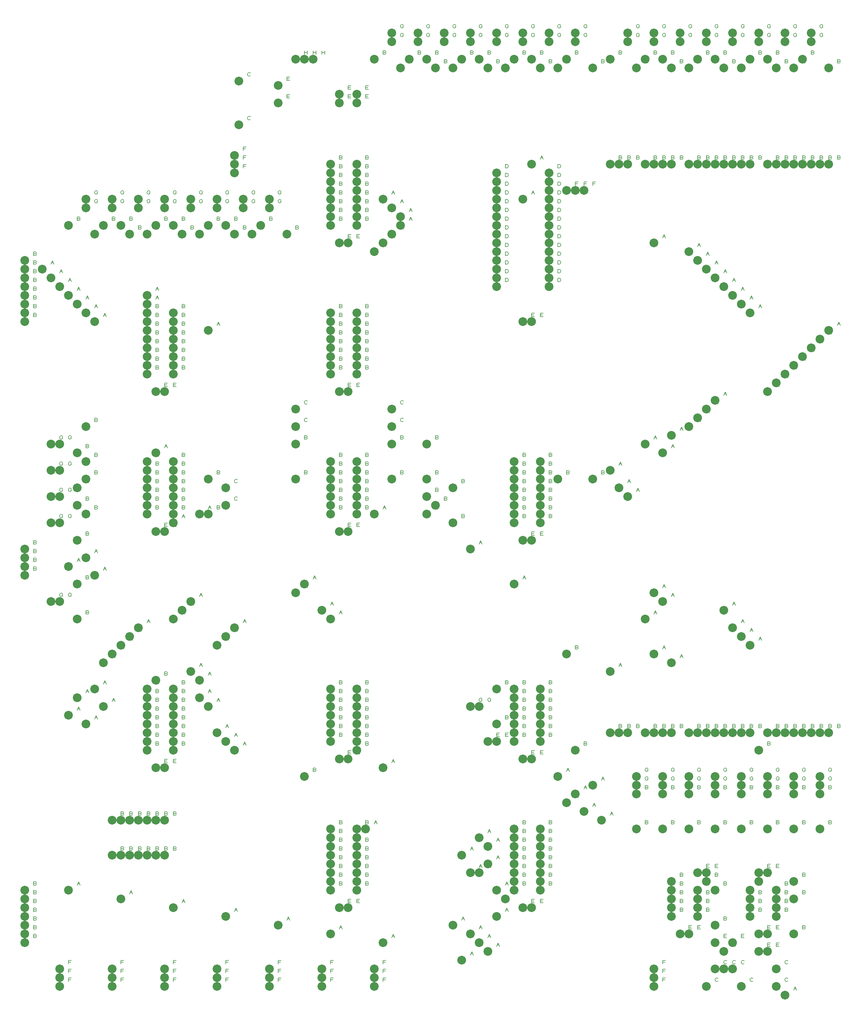
<source format=gbr>
G04 DesignSpark PCB Gerber Version 10.0 Build 5299*
%FSLAX35Y35*%
%MOIN*%
%ADD17C,0.00500*%
%ADD25C,0.10000*%
X0Y0D02*
D02*
D17*
X32437Y88063D02*
X33063Y87750D01*
X33375Y87125D01*
X33063Y86500D01*
X32437Y86187D01*
X30250D01*
Y89937D01*
X32437D01*
X33063Y89625D01*
X33375Y89000D01*
X33063Y88375D01*
X32437Y88063D01*
X30250D01*
X32437Y98063D02*
X33063Y97750D01*
X33375Y97125D01*
X33063Y96500D01*
X32437Y96187D01*
X30250D01*
Y99937D01*
X32437D01*
X33063Y99625D01*
X33375Y99000D01*
X33063Y98375D01*
X32437Y98063D01*
X30250D01*
X32437Y108063D02*
X33063Y107750D01*
X33375Y107125D01*
X33063Y106500D01*
X32437Y106187D01*
X30250D01*
Y109937D01*
X32437D01*
X33063Y109625D01*
X33375Y109000D01*
X33063Y108375D01*
X32437Y108063D01*
X30250D01*
X32437Y118063D02*
X33063Y117750D01*
X33375Y117125D01*
X33063Y116500D01*
X32437Y116187D01*
X30250D01*
Y119937D01*
X32437D01*
X33063Y119625D01*
X33375Y119000D01*
X33063Y118375D01*
X32437Y118063D01*
X30250D01*
X32437Y128063D02*
X33063Y127750D01*
X33375Y127125D01*
X33063Y126500D01*
X32437Y126187D01*
X30250D01*
Y129937D01*
X32437D01*
X33063Y129625D01*
X33375Y129000D01*
X33063Y128375D01*
X32437Y128063D01*
X30250D01*
X32437Y138063D02*
X33063Y137750D01*
X33375Y137125D01*
X33063Y136500D01*
X32437Y136187D01*
X30250D01*
Y139937D01*
X32437D01*
X33063Y139625D01*
X33375Y139000D01*
X33063Y138375D01*
X32437Y138063D01*
X30250D01*
X32437Y148063D02*
X33063Y147750D01*
X33375Y147125D01*
X33063Y146500D01*
X32437Y146187D01*
X30250D01*
Y149937D01*
X32437D01*
X33063Y149625D01*
X33375Y149000D01*
X33063Y148375D01*
X32437Y148063D01*
X30250D01*
X32437Y508063D02*
X33063Y507750D01*
X33375Y507125D01*
X33063Y506500D01*
X32437Y506187D01*
X30250D01*
Y509937D01*
X32437D01*
X33063Y509625D01*
X33375Y509000D01*
X33063Y508375D01*
X32437Y508063D01*
X30250D01*
X32437Y518063D02*
X33063Y517750D01*
X33375Y517125D01*
X33063Y516500D01*
X32437Y516187D01*
X30250D01*
Y519937D01*
X32437D01*
X33063Y519625D01*
X33375Y519000D01*
X33063Y518375D01*
X32437Y518063D01*
X30250D01*
X32437Y528063D02*
X33063Y527750D01*
X33375Y527125D01*
X33063Y526500D01*
X32437Y526187D01*
X30250D01*
Y529937D01*
X32437D01*
X33063Y529625D01*
X33375Y529000D01*
X33063Y528375D01*
X32437Y528063D01*
X30250D01*
X32437Y538063D02*
X33063Y537750D01*
X33375Y537125D01*
X33063Y536500D01*
X32437Y536187D01*
X30250D01*
Y539937D01*
X32437D01*
X33063Y539625D01*
X33375Y539000D01*
X33063Y538375D01*
X32437Y538063D01*
X30250D01*
X32437Y798063D02*
X33063Y797750D01*
X33375Y797125D01*
X33063Y796500D01*
X32437Y796187D01*
X30250D01*
Y799937D01*
X32437D01*
X33063Y799625D01*
X33375Y799000D01*
X33063Y798375D01*
X32437Y798063D01*
X30250D01*
X32437Y808063D02*
X33063Y807750D01*
X33375Y807125D01*
X33063Y806500D01*
X32437Y806187D01*
X30250D01*
Y809937D01*
X32437D01*
X33063Y809625D01*
X33375Y809000D01*
X33063Y808375D01*
X32437Y808063D01*
X30250D01*
X32437Y818063D02*
X33063Y817750D01*
X33375Y817125D01*
X33063Y816500D01*
X32437Y816187D01*
X30250D01*
Y819937D01*
X32437D01*
X33063Y819625D01*
X33375Y819000D01*
X33063Y818375D01*
X32437Y818063D01*
X30250D01*
X32437Y828063D02*
X33063Y827750D01*
X33375Y827125D01*
X33063Y826500D01*
X32437Y826187D01*
X30250D01*
Y829937D01*
X32437D01*
X33063Y829625D01*
X33375Y829000D01*
X33063Y828375D01*
X32437Y828063D01*
X30250D01*
X32437Y838063D02*
X33063Y837750D01*
X33375Y837125D01*
X33063Y836500D01*
X32437Y836187D01*
X30250D01*
Y839937D01*
X32437D01*
X33063Y839625D01*
X33375Y839000D01*
X33063Y838375D01*
X32437Y838063D01*
X30250D01*
X32437Y848063D02*
X33063Y847750D01*
X33375Y847125D01*
X33063Y846500D01*
X32437Y846187D01*
X30250D01*
Y849937D01*
X32437D01*
X33063Y849625D01*
X33375Y849000D01*
X33063Y848375D01*
X32437Y848063D01*
X30250D01*
X32437Y858063D02*
X33063Y857750D01*
X33375Y857125D01*
X33063Y856500D01*
X32437Y856187D01*
X30250D01*
Y859937D01*
X32437D01*
X33063Y859625D01*
X33375Y859000D01*
X33063Y858375D01*
X32437Y858063D01*
X30250D01*
X32437Y868063D02*
X33063Y867750D01*
X33375Y867125D01*
X33063Y866500D01*
X32437Y866187D01*
X30250D01*
Y869937D01*
X32437D01*
X33063Y869625D01*
X33375Y869000D01*
X33063Y868375D01*
X32437Y868063D01*
X30250D01*
X50250Y856187D02*
X51813Y859937D01*
X53375Y856187D01*
X50875Y857750D02*
X52750D01*
X62437Y477750D02*
X63375D01*
Y477437D01*
X63063Y476813D01*
X62750Y476500D01*
X62125Y476187D01*
X61500D01*
X60875Y476500D01*
X60563Y476813D01*
X60250Y477437D01*
Y478687D01*
X60563Y479313D01*
X60875Y479625D01*
X61500Y479937D01*
X62125D01*
X62750Y479625D01*
X63063Y479313D01*
X63375Y478687D01*
X62437Y567750D02*
X63375D01*
Y567437D01*
X63063Y566813D01*
X62750Y566500D01*
X62125Y566187D01*
X61500D01*
X60875Y566500D01*
X60563Y566813D01*
X60250Y567437D01*
Y568687D01*
X60563Y569313D01*
X60875Y569625D01*
X61500Y569937D01*
X62125D01*
X62750Y569625D01*
X63063Y569313D01*
X63375Y568687D01*
X62437Y597750D02*
X63375D01*
Y597437D01*
X63063Y596813D01*
X62750Y596500D01*
X62125Y596187D01*
X61500D01*
X60875Y596500D01*
X60563Y596813D01*
X60250Y597437D01*
Y598687D01*
X60563Y599313D01*
X60875Y599625D01*
X61500Y599937D01*
X62125D01*
X62750Y599625D01*
X63063Y599313D01*
X63375Y598687D01*
X62437Y627750D02*
X63375D01*
Y627437D01*
X63063Y626813D01*
X62750Y626500D01*
X62125Y626187D01*
X61500D01*
X60875Y626500D01*
X60563Y626813D01*
X60250Y627437D01*
Y628687D01*
X60563Y629313D01*
X60875Y629625D01*
X61500Y629937D01*
X62125D01*
X62750Y629625D01*
X63063Y629313D01*
X63375Y628687D01*
X62437Y657750D02*
X63375D01*
Y657437D01*
X63063Y656813D01*
X62750Y656500D01*
X62125Y656187D01*
X61500D01*
X60875Y656500D01*
X60563Y656813D01*
X60250Y657437D01*
Y658687D01*
X60563Y659313D01*
X60875Y659625D01*
X61500Y659937D01*
X62125D01*
X62750Y659625D01*
X63063Y659313D01*
X63375Y658687D01*
X60250Y846187D02*
X61813Y849937D01*
X63375Y846187D01*
X60875Y847750D02*
X62750D01*
X70250Y36187D02*
Y39937D01*
X73375D01*
X72750Y38063D02*
X70250D01*
Y46187D02*
Y49937D01*
X73375D01*
X72750Y48063D02*
X70250D01*
Y56187D02*
Y59937D01*
X73375D01*
X72750Y58063D02*
X70250D01*
X72437Y477750D02*
X73375D01*
Y477437D01*
X73063Y476813D01*
X72750Y476500D01*
X72125Y476187D01*
X71500D01*
X70875Y476500D01*
X70563Y476813D01*
X70250Y477437D01*
Y478687D01*
X70563Y479313D01*
X70875Y479625D01*
X71500Y479937D01*
X72125D01*
X72750Y479625D01*
X73063Y479313D01*
X73375Y478687D01*
X72437Y567750D02*
X73375D01*
Y567437D01*
X73063Y566813D01*
X72750Y566500D01*
X72125Y566187D01*
X71500D01*
X70875Y566500D01*
X70563Y566813D01*
X70250Y567437D01*
Y568687D01*
X70563Y569313D01*
X70875Y569625D01*
X71500Y569937D01*
X72125D01*
X72750Y569625D01*
X73063Y569313D01*
X73375Y568687D01*
X72437Y597750D02*
X73375D01*
Y597437D01*
X73063Y596813D01*
X72750Y596500D01*
X72125Y596187D01*
X71500D01*
X70875Y596500D01*
X70563Y596813D01*
X70250Y597437D01*
Y598687D01*
X70563Y599313D01*
X70875Y599625D01*
X71500Y599937D01*
X72125D01*
X72750Y599625D01*
X73063Y599313D01*
X73375Y598687D01*
X72437Y627750D02*
X73375D01*
Y627437D01*
X73063Y626813D01*
X72750Y626500D01*
X72125Y626187D01*
X71500D01*
X70875Y626500D01*
X70563Y626813D01*
X70250Y627437D01*
Y628687D01*
X70563Y629313D01*
X70875Y629625D01*
X71500Y629937D01*
X72125D01*
X72750Y629625D01*
X73063Y629313D01*
X73375Y628687D01*
X72437Y657750D02*
X73375D01*
Y657437D01*
X73063Y656813D01*
X72750Y656500D01*
X72125Y656187D01*
X71500D01*
X70875Y656500D01*
X70563Y656813D01*
X70250Y657437D01*
Y658687D01*
X70563Y659313D01*
X70875Y659625D01*
X71500Y659937D01*
X72125D01*
X72750Y659625D01*
X73063Y659313D01*
X73375Y658687D01*
X70250Y836187D02*
X71813Y839937D01*
X73375Y836187D01*
X70875Y837750D02*
X72750D01*
X80250Y146187D02*
X81813Y149937D01*
X83375Y146187D01*
X80875Y147750D02*
X82750D01*
X80250Y346187D02*
X81813Y349937D01*
X83375Y346187D01*
X80875Y347750D02*
X82750D01*
X80250Y516187D02*
X81813Y519937D01*
X83375Y516187D01*
X80875Y517750D02*
X82750D01*
X80250Y826187D02*
X81813Y829937D01*
X83375Y826187D01*
X80875Y827750D02*
X82750D01*
X82437Y908063D02*
X83063Y907750D01*
X83375Y907125D01*
X83063Y906500D01*
X82437Y906187D01*
X80250D01*
Y909937D01*
X82437D01*
X83063Y909625D01*
X83375Y909000D01*
X83063Y908375D01*
X82437Y908063D01*
X80250D01*
X90250Y366187D02*
X91813Y369937D01*
X93375Y366187D01*
X90875Y367750D02*
X92750D01*
X92437Y458063D02*
X93063Y457750D01*
X93375Y457125D01*
X93063Y456500D01*
X92437Y456187D01*
X90250D01*
Y459937D01*
X92437D01*
X93063Y459625D01*
X93375Y459000D01*
X93063Y458375D01*
X92437Y458063D01*
X90250D01*
X92437Y498063D02*
X93063Y497750D01*
X93375Y497125D01*
X93063Y496500D01*
X92437Y496187D01*
X90250D01*
Y499937D01*
X92437D01*
X93063Y499625D01*
X93375Y499000D01*
X93063Y498375D01*
X92437Y498063D01*
X90250D01*
X92437Y548063D02*
X93063Y547750D01*
X93375Y547125D01*
X93063Y546500D01*
X92437Y546187D01*
X90250D01*
Y549937D01*
X92437D01*
X93063Y549625D01*
X93375Y549000D01*
X93063Y548375D01*
X92437Y548063D01*
X90250D01*
X92437Y588063D02*
X93063Y587750D01*
X93375Y587125D01*
X93063Y586500D01*
X92437Y586187D01*
X90250D01*
Y589937D01*
X92437D01*
X93063Y589625D01*
X93375Y589000D01*
X93063Y588375D01*
X92437Y588063D01*
X90250D01*
X92437Y608063D02*
X93063Y607750D01*
X93375Y607125D01*
X93063Y606500D01*
X92437Y606187D01*
X90250D01*
Y609937D01*
X92437D01*
X93063Y609625D01*
X93375Y609000D01*
X93063Y608375D01*
X92437Y608063D01*
X90250D01*
X92437Y648063D02*
X93063Y647750D01*
X93375Y647125D01*
X93063Y646500D01*
X92437Y646187D01*
X90250D01*
Y649937D01*
X92437D01*
X93063Y649625D01*
X93375Y649000D01*
X93063Y648375D01*
X92437Y648063D01*
X90250D01*
Y816187D02*
X91813Y819937D01*
X93375Y816187D01*
X90875Y817750D02*
X92750D01*
X100250Y336187D02*
X101813Y339937D01*
X103375Y336187D01*
X100875Y337750D02*
X102750D01*
X100250Y526187D02*
X101813Y529937D01*
X103375Y526187D01*
X100875Y527750D02*
X102750D01*
X102437Y578063D02*
X103063Y577750D01*
X103375Y577125D01*
X103063Y576500D01*
X102437Y576187D01*
X100250D01*
Y579937D01*
X102437D01*
X103063Y579625D01*
X103375Y579000D01*
X103063Y578375D01*
X102437Y578063D01*
X100250D01*
X102437Y618063D02*
X103063Y617750D01*
X103375Y617125D01*
X103063Y616500D01*
X102437Y616187D01*
X100250D01*
Y619937D01*
X102437D01*
X103063Y619625D01*
X103375Y619000D01*
X103063Y618375D01*
X102437Y618063D01*
X100250D01*
X102437Y638063D02*
X103063Y637750D01*
X103375Y637125D01*
X103063Y636500D01*
X102437Y636187D01*
X100250D01*
Y639937D01*
X102437D01*
X103063Y639625D01*
X103375Y639000D01*
X103063Y638375D01*
X102437Y638063D01*
X100250D01*
X102437Y678063D02*
X103063Y677750D01*
X103375Y677125D01*
X103063Y676500D01*
X102437Y676187D01*
X100250D01*
Y679937D01*
X102437D01*
X103063Y679625D01*
X103375Y679000D01*
X103063Y678375D01*
X102437Y678063D01*
X100250D01*
Y806187D02*
X101813Y809937D01*
X103375Y806187D01*
X100875Y807750D02*
X102750D01*
X102437Y927750D02*
X103375D01*
Y927437D01*
X103063Y926813D01*
X102750Y926500D01*
X102125Y926187D01*
X101500D01*
X100875Y926500D01*
X100563Y926813D01*
X100250Y927437D01*
Y928687D01*
X100563Y929313D01*
X100875Y929625D01*
X101500Y929937D01*
X102125D01*
X102750Y929625D01*
X103063Y929313D01*
X103375Y928687D01*
X102437Y937750D02*
X103375D01*
Y937437D01*
X103063Y936813D01*
X102750Y936500D01*
X102125Y936187D01*
X101500D01*
X100875Y936500D01*
X100563Y936813D01*
X100250Y937437D01*
Y938687D01*
X100563Y939313D01*
X100875Y939625D01*
X101500Y939937D01*
X102125D01*
X102750Y939625D01*
X103063Y939313D01*
X103375Y938687D01*
X110250Y376187D02*
X111813Y379937D01*
X113375Y376187D01*
X110875Y377750D02*
X112750D01*
X110250Y506187D02*
X111813Y509937D01*
X113375Y506187D01*
X110875Y507750D02*
X112750D01*
X110250Y796187D02*
X111813Y799937D01*
X113375Y796187D01*
X110875Y797750D02*
X112750D01*
X112437Y898063D02*
X113063Y897750D01*
X113375Y897125D01*
X113063Y896500D01*
X112437Y896187D01*
X110250D01*
Y899937D01*
X112437D01*
X113063Y899625D01*
X113375Y899000D01*
X113063Y898375D01*
X112437Y898063D01*
X110250D01*
X120250Y356187D02*
X121813Y359937D01*
X123375Y356187D01*
X120875Y357750D02*
X122750D01*
X120250Y406187D02*
X121813Y409937D01*
X123375Y406187D01*
X120875Y407750D02*
X122750D01*
X122437Y908063D02*
X123063Y907750D01*
X123375Y907125D01*
X123063Y906500D01*
X122437Y906187D01*
X120250D01*
Y909937D01*
X122437D01*
X123063Y909625D01*
X123375Y909000D01*
X123063Y908375D01*
X122437Y908063D01*
X120250D01*
X130250Y36187D02*
Y39937D01*
X133375D01*
X132750Y38063D02*
X130250D01*
Y46187D02*
Y49937D01*
X133375D01*
X132750Y48063D02*
X130250D01*
Y56187D02*
Y59937D01*
X133375D01*
X132750Y58063D02*
X130250D01*
X132437Y188063D02*
X133063Y187750D01*
X133375Y187125D01*
X133063Y186500D01*
X132437Y186187D01*
X130250D01*
Y189937D01*
X132437D01*
X133063Y189625D01*
X133375Y189000D01*
X133063Y188375D01*
X132437Y188063D01*
X130250D01*
X132437Y228063D02*
X133063Y227750D01*
X133375Y227125D01*
X133063Y226500D01*
X132437Y226187D01*
X130250D01*
Y229937D01*
X132437D01*
X133063Y229625D01*
X133375Y229000D01*
X133063Y228375D01*
X132437Y228063D01*
X130250D01*
Y416187D02*
X131813Y419937D01*
X133375Y416187D01*
X130875Y417750D02*
X132750D01*
X132437Y927750D02*
X133375D01*
Y927437D01*
X133063Y926813D01*
X132750Y926500D01*
X132125Y926187D01*
X131500D01*
X130875Y926500D01*
X130563Y926813D01*
X130250Y927437D01*
Y928687D01*
X130563Y929313D01*
X130875Y929625D01*
X131500Y929937D01*
X132125D01*
X132750Y929625D01*
X133063Y929313D01*
X133375Y928687D01*
X132437Y937750D02*
X133375D01*
Y937437D01*
X133063Y936813D01*
X132750Y936500D01*
X132125Y936187D01*
X131500D01*
X130875Y936500D01*
X130563Y936813D01*
X130250Y937437D01*
Y938687D01*
X130563Y939313D01*
X130875Y939625D01*
X131500Y939937D01*
X132125D01*
X132750Y939625D01*
X133063Y939313D01*
X133375Y938687D01*
X140250Y136187D02*
X141813Y139937D01*
X143375Y136187D01*
X140875Y137750D02*
X142750D01*
X142437Y188063D02*
X143063Y187750D01*
X143375Y187125D01*
X143063Y186500D01*
X142437Y186187D01*
X140250D01*
Y189937D01*
X142437D01*
X143063Y189625D01*
X143375Y189000D01*
X143063Y188375D01*
X142437Y188063D01*
X140250D01*
X142437Y228063D02*
X143063Y227750D01*
X143375Y227125D01*
X143063Y226500D01*
X142437Y226187D01*
X140250D01*
Y229937D01*
X142437D01*
X143063Y229625D01*
X143375Y229000D01*
X143063Y228375D01*
X142437Y228063D01*
X140250D01*
Y426187D02*
X141813Y429937D01*
X143375Y426187D01*
X140875Y427750D02*
X142750D01*
X142437Y908063D02*
X143063Y907750D01*
X143375Y907125D01*
X143063Y906500D01*
X142437Y906187D01*
X140250D01*
Y909937D01*
X142437D01*
X143063Y909625D01*
X143375Y909000D01*
X143063Y908375D01*
X142437Y908063D01*
X140250D01*
X152437Y188063D02*
X153063Y187750D01*
X153375Y187125D01*
X153063Y186500D01*
X152437Y186187D01*
X150250D01*
Y189937D01*
X152437D01*
X153063Y189625D01*
X153375Y189000D01*
X153063Y188375D01*
X152437Y188063D01*
X150250D01*
X152437Y228063D02*
X153063Y227750D01*
X153375Y227125D01*
X153063Y226500D01*
X152437Y226187D01*
X150250D01*
Y229937D01*
X152437D01*
X153063Y229625D01*
X153375Y229000D01*
X153063Y228375D01*
X152437Y228063D01*
X150250D01*
Y436187D02*
X151813Y439937D01*
X153375Y436187D01*
X150875Y437750D02*
X152750D01*
X152437Y898063D02*
X153063Y897750D01*
X153375Y897125D01*
X153063Y896500D01*
X152437Y896187D01*
X150250D01*
Y899937D01*
X152437D01*
X153063Y899625D01*
X153375Y899000D01*
X153063Y898375D01*
X152437Y898063D01*
X150250D01*
X162437Y188063D02*
X163063Y187750D01*
X163375Y187125D01*
X163063Y186500D01*
X162437Y186187D01*
X160250D01*
Y189937D01*
X162437D01*
X163063Y189625D01*
X163375Y189000D01*
X163063Y188375D01*
X162437Y188063D01*
X160250D01*
X162437Y228063D02*
X163063Y227750D01*
X163375Y227125D01*
X163063Y226500D01*
X162437Y226187D01*
X160250D01*
Y229937D01*
X162437D01*
X163063Y229625D01*
X163375Y229000D01*
X163063Y228375D01*
X162437Y228063D01*
X160250D01*
Y446187D02*
X161813Y449937D01*
X163375Y446187D01*
X160875Y447750D02*
X162750D01*
X162437Y927750D02*
X163375D01*
Y927437D01*
X163063Y926813D01*
X162750Y926500D01*
X162125Y926187D01*
X161500D01*
X160875Y926500D01*
X160563Y926813D01*
X160250Y927437D01*
Y928687D01*
X160563Y929313D01*
X160875Y929625D01*
X161500Y929937D01*
X162125D01*
X162750Y929625D01*
X163063Y929313D01*
X163375Y928687D01*
X162437Y937750D02*
X163375D01*
Y937437D01*
X163063Y936813D01*
X162750Y936500D01*
X162125Y936187D01*
X161500D01*
X160875Y936500D01*
X160563Y936813D01*
X160250Y937437D01*
Y938687D01*
X160563Y939313D01*
X160875Y939625D01*
X161500Y939937D01*
X162125D01*
X162750Y939625D01*
X163063Y939313D01*
X163375Y938687D01*
X172437Y188063D02*
X173063Y187750D01*
X173375Y187125D01*
X173063Y186500D01*
X172437Y186187D01*
X170250D01*
Y189937D01*
X172437D01*
X173063Y189625D01*
X173375Y189000D01*
X173063Y188375D01*
X172437Y188063D01*
X170250D01*
X172437Y228063D02*
X173063Y227750D01*
X173375Y227125D01*
X173063Y226500D01*
X172437Y226187D01*
X170250D01*
Y229937D01*
X172437D01*
X173063Y229625D01*
X173375Y229000D01*
X173063Y228375D01*
X172437Y228063D01*
X170250D01*
X172437Y308063D02*
X173063Y307750D01*
X173375Y307125D01*
X173063Y306500D01*
X172437Y306187D01*
X170250D01*
Y309937D01*
X172437D01*
X173063Y309625D01*
X173375Y309000D01*
X173063Y308375D01*
X172437Y308063D01*
X170250D01*
X172437Y318063D02*
X173063Y317750D01*
X173375Y317125D01*
X173063Y316500D01*
X172437Y316187D01*
X170250D01*
Y319937D01*
X172437D01*
X173063Y319625D01*
X173375Y319000D01*
X173063Y318375D01*
X172437Y318063D01*
X170250D01*
X172437Y328063D02*
X173063Y327750D01*
X173375Y327125D01*
X173063Y326500D01*
X172437Y326187D01*
X170250D01*
Y329937D01*
X172437D01*
X173063Y329625D01*
X173375Y329000D01*
X173063Y328375D01*
X172437Y328063D01*
X170250D01*
X172437Y338063D02*
X173063Y337750D01*
X173375Y337125D01*
X173063Y336500D01*
X172437Y336187D01*
X170250D01*
Y339937D01*
X172437D01*
X173063Y339625D01*
X173375Y339000D01*
X173063Y338375D01*
X172437Y338063D01*
X170250D01*
X172437Y348063D02*
X173063Y347750D01*
X173375Y347125D01*
X173063Y346500D01*
X172437Y346187D01*
X170250D01*
Y349937D01*
X172437D01*
X173063Y349625D01*
X173375Y349000D01*
X173063Y348375D01*
X172437Y348063D01*
X170250D01*
X172437Y358063D02*
X173063Y357750D01*
X173375Y357125D01*
X173063Y356500D01*
X172437Y356187D01*
X170250D01*
Y359937D01*
X172437D01*
X173063Y359625D01*
X173375Y359000D01*
X173063Y358375D01*
X172437Y358063D01*
X170250D01*
X172437Y368063D02*
X173063Y367750D01*
X173375Y367125D01*
X173063Y366500D01*
X172437Y366187D01*
X170250D01*
Y369937D01*
X172437D01*
X173063Y369625D01*
X173375Y369000D01*
X173063Y368375D01*
X172437Y368063D01*
X170250D01*
X172437Y378063D02*
X173063Y377750D01*
X173375Y377125D01*
X173063Y376500D01*
X172437Y376187D01*
X170250D01*
Y379937D01*
X172437D01*
X173063Y379625D01*
X173375Y379000D01*
X173063Y378375D01*
X172437Y378063D01*
X170250D01*
X172437Y578063D02*
X173063Y577750D01*
X173375Y577125D01*
X173063Y576500D01*
X172437Y576187D01*
X170250D01*
Y579937D01*
X172437D01*
X173063Y579625D01*
X173375Y579000D01*
X173063Y578375D01*
X172437Y578063D01*
X170250D01*
X172437Y588063D02*
X173063Y587750D01*
X173375Y587125D01*
X173063Y586500D01*
X172437Y586187D01*
X170250D01*
Y589937D01*
X172437D01*
X173063Y589625D01*
X173375Y589000D01*
X173063Y588375D01*
X172437Y588063D01*
X170250D01*
X172437Y598063D02*
X173063Y597750D01*
X173375Y597125D01*
X173063Y596500D01*
X172437Y596187D01*
X170250D01*
Y599937D01*
X172437D01*
X173063Y599625D01*
X173375Y599000D01*
X173063Y598375D01*
X172437Y598063D01*
X170250D01*
X172437Y608063D02*
X173063Y607750D01*
X173375Y607125D01*
X173063Y606500D01*
X172437Y606187D01*
X170250D01*
Y609937D01*
X172437D01*
X173063Y609625D01*
X173375Y609000D01*
X173063Y608375D01*
X172437Y608063D01*
X170250D01*
X172437Y618063D02*
X173063Y617750D01*
X173375Y617125D01*
X173063Y616500D01*
X172437Y616187D01*
X170250D01*
Y619937D01*
X172437D01*
X173063Y619625D01*
X173375Y619000D01*
X173063Y618375D01*
X172437Y618063D01*
X170250D01*
X172437Y628063D02*
X173063Y627750D01*
X173375Y627125D01*
X173063Y626500D01*
X172437Y626187D01*
X170250D01*
Y629937D01*
X172437D01*
X173063Y629625D01*
X173375Y629000D01*
X173063Y628375D01*
X172437Y628063D01*
X170250D01*
X172437Y638063D02*
X173063Y637750D01*
X173375Y637125D01*
X173063Y636500D01*
X172437Y636187D01*
X170250D01*
Y639937D01*
X172437D01*
X173063Y639625D01*
X173375Y639000D01*
X173063Y638375D01*
X172437Y638063D01*
X170250D01*
X172437Y738063D02*
X173063Y737750D01*
X173375Y737125D01*
X173063Y736500D01*
X172437Y736187D01*
X170250D01*
Y739937D01*
X172437D01*
X173063Y739625D01*
X173375Y739000D01*
X173063Y738375D01*
X172437Y738063D01*
X170250D01*
X172437Y748063D02*
X173063Y747750D01*
X173375Y747125D01*
X173063Y746500D01*
X172437Y746187D01*
X170250D01*
Y749937D01*
X172437D01*
X173063Y749625D01*
X173375Y749000D01*
X173063Y748375D01*
X172437Y748063D01*
X170250D01*
X172437Y758063D02*
X173063Y757750D01*
X173375Y757125D01*
X173063Y756500D01*
X172437Y756187D01*
X170250D01*
Y759937D01*
X172437D01*
X173063Y759625D01*
X173375Y759000D01*
X173063Y758375D01*
X172437Y758063D01*
X170250D01*
X172437Y768063D02*
X173063Y767750D01*
X173375Y767125D01*
X173063Y766500D01*
X172437Y766187D01*
X170250D01*
Y769937D01*
X172437D01*
X173063Y769625D01*
X173375Y769000D01*
X173063Y768375D01*
X172437Y768063D01*
X170250D01*
X172437Y778063D02*
X173063Y777750D01*
X173375Y777125D01*
X173063Y776500D01*
X172437Y776187D01*
X170250D01*
Y779937D01*
X172437D01*
X173063Y779625D01*
X173375Y779000D01*
X173063Y778375D01*
X172437Y778063D01*
X170250D01*
X172437Y788063D02*
X173063Y787750D01*
X173375Y787125D01*
X173063Y786500D01*
X172437Y786187D01*
X170250D01*
Y789937D01*
X172437D01*
X173063Y789625D01*
X173375Y789000D01*
X173063Y788375D01*
X172437Y788063D01*
X170250D01*
X172437Y798063D02*
X173063Y797750D01*
X173375Y797125D01*
X173063Y796500D01*
X172437Y796187D01*
X170250D01*
Y799937D01*
X172437D01*
X173063Y799625D01*
X173375Y799000D01*
X173063Y798375D01*
X172437Y798063D01*
X170250D01*
X172437Y808063D02*
X173063Y807750D01*
X173375Y807125D01*
X173063Y806500D01*
X172437Y806187D01*
X170250D01*
Y809937D01*
X172437D01*
X173063Y809625D01*
X173375Y809000D01*
X173063Y808375D01*
X172437Y808063D01*
X170250D01*
Y816187D02*
X171813Y819937D01*
X173375Y816187D01*
X170875Y817750D02*
X172750D01*
X170250Y826187D02*
X171813Y829937D01*
X173375Y826187D01*
X170875Y827750D02*
X172750D01*
X172437Y898063D02*
X173063Y897750D01*
X173375Y897125D01*
X173063Y896500D01*
X172437Y896187D01*
X170250D01*
Y899937D01*
X172437D01*
X173063Y899625D01*
X173375Y899000D01*
X173063Y898375D01*
X172437Y898063D01*
X170250D01*
X182437Y188063D02*
X183063Y187750D01*
X183375Y187125D01*
X183063Y186500D01*
X182437Y186187D01*
X180250D01*
Y189937D01*
X182437D01*
X183063Y189625D01*
X183375Y189000D01*
X183063Y188375D01*
X182437Y188063D01*
X180250D01*
X182437Y228063D02*
X183063Y227750D01*
X183375Y227125D01*
X183063Y226500D01*
X182437Y226187D01*
X180250D01*
Y229937D01*
X182437D01*
X183063Y229625D01*
X183375Y229000D01*
X183063Y228375D01*
X182437Y228063D01*
X180250D01*
Y286187D02*
Y289937D01*
X183375D01*
X182750Y288063D02*
X180250D01*
Y286187D02*
X183375D01*
X182437Y388063D02*
X183063Y387750D01*
X183375Y387125D01*
X183063Y386500D01*
X182437Y386187D01*
X180250D01*
Y389937D01*
X182437D01*
X183063Y389625D01*
X183375Y389000D01*
X183063Y388375D01*
X182437Y388063D01*
X180250D01*
Y556187D02*
Y559937D01*
X183375D01*
X182750Y558063D02*
X180250D01*
Y556187D02*
X183375D01*
X180250Y646187D02*
X181813Y649937D01*
X183375Y646187D01*
X180875Y647750D02*
X182750D01*
X180250Y716187D02*
Y719937D01*
X183375D01*
X182750Y718063D02*
X180250D01*
Y716187D02*
X183375D01*
X182437Y908063D02*
X183063Y907750D01*
X183375Y907125D01*
X183063Y906500D01*
X182437Y906187D01*
X180250D01*
Y909937D01*
X182437D01*
X183063Y909625D01*
X183375Y909000D01*
X183063Y908375D01*
X182437Y908063D01*
X180250D01*
X190250Y36187D02*
Y39937D01*
X193375D01*
X192750Y38063D02*
X190250D01*
Y46187D02*
Y49937D01*
X193375D01*
X192750Y48063D02*
X190250D01*
Y56187D02*
Y59937D01*
X193375D01*
X192750Y58063D02*
X190250D01*
X192437Y188063D02*
X193063Y187750D01*
X193375Y187125D01*
X193063Y186500D01*
X192437Y186187D01*
X190250D01*
Y189937D01*
X192437D01*
X193063Y189625D01*
X193375Y189000D01*
X193063Y188375D01*
X192437Y188063D01*
X190250D01*
X192437Y228063D02*
X193063Y227750D01*
X193375Y227125D01*
X193063Y226500D01*
X192437Y226187D01*
X190250D01*
Y229937D01*
X192437D01*
X193063Y229625D01*
X193375Y229000D01*
X193063Y228375D01*
X192437Y228063D01*
X190250D01*
Y286187D02*
Y289937D01*
X193375D01*
X192750Y288063D02*
X190250D01*
Y286187D02*
X193375D01*
X190250Y556187D02*
Y559937D01*
X193375D01*
X192750Y558063D02*
X190250D01*
Y556187D02*
X193375D01*
X190250Y716187D02*
Y719937D01*
X193375D01*
X192750Y718063D02*
X190250D01*
Y716187D02*
X193375D01*
X192437Y927750D02*
X193375D01*
Y927437D01*
X193063Y926813D01*
X192750Y926500D01*
X192125Y926187D01*
X191500D01*
X190875Y926500D01*
X190563Y926813D01*
X190250Y927437D01*
Y928687D01*
X190563Y929313D01*
X190875Y929625D01*
X191500Y929937D01*
X192125D01*
X192750Y929625D01*
X193063Y929313D01*
X193375Y928687D01*
X192437Y937750D02*
X193375D01*
Y937437D01*
X193063Y936813D01*
X192750Y936500D01*
X192125Y936187D01*
X191500D01*
X190875Y936500D01*
X190563Y936813D01*
X190250Y937437D01*
Y938687D01*
X190563Y939313D01*
X190875Y939625D01*
X191500Y939937D01*
X192125D01*
X192750Y939625D01*
X193063Y939313D01*
X193375Y938687D01*
X200250Y126187D02*
X201813Y129937D01*
X203375Y126187D01*
X200875Y127750D02*
X202750D01*
X202437Y308063D02*
X203063Y307750D01*
X203375Y307125D01*
X203063Y306500D01*
X202437Y306187D01*
X200250D01*
Y309937D01*
X202437D01*
X203063Y309625D01*
X203375Y309000D01*
X203063Y308375D01*
X202437Y308063D01*
X200250D01*
X202437Y318063D02*
X203063Y317750D01*
X203375Y317125D01*
X203063Y316500D01*
X202437Y316187D01*
X200250D01*
Y319937D01*
X202437D01*
X203063Y319625D01*
X203375Y319000D01*
X203063Y318375D01*
X202437Y318063D01*
X200250D01*
X202437Y328063D02*
X203063Y327750D01*
X203375Y327125D01*
X203063Y326500D01*
X202437Y326187D01*
X200250D01*
Y329937D01*
X202437D01*
X203063Y329625D01*
X203375Y329000D01*
X203063Y328375D01*
X202437Y328063D01*
X200250D01*
X202437Y338063D02*
X203063Y337750D01*
X203375Y337125D01*
X203063Y336500D01*
X202437Y336187D01*
X200250D01*
Y339937D01*
X202437D01*
X203063Y339625D01*
X203375Y339000D01*
X203063Y338375D01*
X202437Y338063D01*
X200250D01*
X202437Y348063D02*
X203063Y347750D01*
X203375Y347125D01*
X203063Y346500D01*
X202437Y346187D01*
X200250D01*
Y349937D01*
X202437D01*
X203063Y349625D01*
X203375Y349000D01*
X203063Y348375D01*
X202437Y348063D01*
X200250D01*
X202437Y358063D02*
X203063Y357750D01*
X203375Y357125D01*
X203063Y356500D01*
X202437Y356187D01*
X200250D01*
Y359937D01*
X202437D01*
X203063Y359625D01*
X203375Y359000D01*
X203063Y358375D01*
X202437Y358063D01*
X200250D01*
X202437Y368063D02*
X203063Y367750D01*
X203375Y367125D01*
X203063Y366500D01*
X202437Y366187D01*
X200250D01*
Y369937D01*
X202437D01*
X203063Y369625D01*
X203375Y369000D01*
X203063Y368375D01*
X202437Y368063D01*
X200250D01*
X202437Y378063D02*
X203063Y377750D01*
X203375Y377125D01*
X203063Y376500D01*
X202437Y376187D01*
X200250D01*
Y379937D01*
X202437D01*
X203063Y379625D01*
X203375Y379000D01*
X203063Y378375D01*
X202437Y378063D01*
X200250D01*
Y456187D02*
X201813Y459937D01*
X203375Y456187D01*
X200875Y457750D02*
X202750D01*
X200250Y566187D02*
X201813Y569937D01*
X203375Y566187D01*
X200875Y567750D02*
X202750D01*
X202437Y578063D02*
X203063Y577750D01*
X203375Y577125D01*
X203063Y576500D01*
X202437Y576187D01*
X200250D01*
Y579937D01*
X202437D01*
X203063Y579625D01*
X203375Y579000D01*
X203063Y578375D01*
X202437Y578063D01*
X200250D01*
X202437Y588063D02*
X203063Y587750D01*
X203375Y587125D01*
X203063Y586500D01*
X202437Y586187D01*
X200250D01*
Y589937D01*
X202437D01*
X203063Y589625D01*
X203375Y589000D01*
X203063Y588375D01*
X202437Y588063D01*
X200250D01*
X202437Y598063D02*
X203063Y597750D01*
X203375Y597125D01*
X203063Y596500D01*
X202437Y596187D01*
X200250D01*
Y599937D01*
X202437D01*
X203063Y599625D01*
X203375Y599000D01*
X203063Y598375D01*
X202437Y598063D01*
X200250D01*
X202437Y608063D02*
X203063Y607750D01*
X203375Y607125D01*
X203063Y606500D01*
X202437Y606187D01*
X200250D01*
Y609937D01*
X202437D01*
X203063Y609625D01*
X203375Y609000D01*
X203063Y608375D01*
X202437Y608063D01*
X200250D01*
X202437Y618063D02*
X203063Y617750D01*
X203375Y617125D01*
X203063Y616500D01*
X202437Y616187D01*
X200250D01*
Y619937D01*
X202437D01*
X203063Y619625D01*
X203375Y619000D01*
X203063Y618375D01*
X202437Y618063D01*
X200250D01*
X202437Y628063D02*
X203063Y627750D01*
X203375Y627125D01*
X203063Y626500D01*
X202437Y626187D01*
X200250D01*
Y629937D01*
X202437D01*
X203063Y629625D01*
X203375Y629000D01*
X203063Y628375D01*
X202437Y628063D01*
X200250D01*
X202437Y638063D02*
X203063Y637750D01*
X203375Y637125D01*
X203063Y636500D01*
X202437Y636187D01*
X200250D01*
Y639937D01*
X202437D01*
X203063Y639625D01*
X203375Y639000D01*
X203063Y638375D01*
X202437Y638063D01*
X200250D01*
X202437Y738063D02*
X203063Y737750D01*
X203375Y737125D01*
X203063Y736500D01*
X202437Y736187D01*
X200250D01*
Y739937D01*
X202437D01*
X203063Y739625D01*
X203375Y739000D01*
X203063Y738375D01*
X202437Y738063D01*
X200250D01*
X202437Y748063D02*
X203063Y747750D01*
X203375Y747125D01*
X203063Y746500D01*
X202437Y746187D01*
X200250D01*
Y749937D01*
X202437D01*
X203063Y749625D01*
X203375Y749000D01*
X203063Y748375D01*
X202437Y748063D01*
X200250D01*
X202437Y758063D02*
X203063Y757750D01*
X203375Y757125D01*
X203063Y756500D01*
X202437Y756187D01*
X200250D01*
Y759937D01*
X202437D01*
X203063Y759625D01*
X203375Y759000D01*
X203063Y758375D01*
X202437Y758063D01*
X200250D01*
X202437Y768063D02*
X203063Y767750D01*
X203375Y767125D01*
X203063Y766500D01*
X202437Y766187D01*
X200250D01*
Y769937D01*
X202437D01*
X203063Y769625D01*
X203375Y769000D01*
X203063Y768375D01*
X202437Y768063D01*
X200250D01*
X202437Y778063D02*
X203063Y777750D01*
X203375Y777125D01*
X203063Y776500D01*
X202437Y776187D01*
X200250D01*
Y779937D01*
X202437D01*
X203063Y779625D01*
X203375Y779000D01*
X203063Y778375D01*
X202437Y778063D01*
X200250D01*
X202437Y788063D02*
X203063Y787750D01*
X203375Y787125D01*
X203063Y786500D01*
X202437Y786187D01*
X200250D01*
Y789937D01*
X202437D01*
X203063Y789625D01*
X203375Y789000D01*
X203063Y788375D01*
X202437Y788063D01*
X200250D01*
X202437Y798063D02*
X203063Y797750D01*
X203375Y797125D01*
X203063Y796500D01*
X202437Y796187D01*
X200250D01*
Y799937D01*
X202437D01*
X203063Y799625D01*
X203375Y799000D01*
X203063Y798375D01*
X202437Y798063D01*
X200250D01*
X202437Y808063D02*
X203063Y807750D01*
X203375Y807125D01*
X203063Y806500D01*
X202437Y806187D01*
X200250D01*
Y809937D01*
X202437D01*
X203063Y809625D01*
X203375Y809000D01*
X203063Y808375D01*
X202437Y808063D01*
X200250D01*
X202437Y908063D02*
X203063Y907750D01*
X203375Y907125D01*
X203063Y906500D01*
X202437Y906187D01*
X200250D01*
Y909937D01*
X202437D01*
X203063Y909625D01*
X203375Y909000D01*
X203063Y908375D01*
X202437Y908063D01*
X200250D01*
X210250Y466187D02*
X211813Y469937D01*
X213375Y466187D01*
X210875Y467750D02*
X212750D01*
X212437Y898063D02*
X213063Y897750D01*
X213375Y897125D01*
X213063Y896500D01*
X212437Y896187D01*
X210250D01*
Y899937D01*
X212437D01*
X213063Y899625D01*
X213375Y899000D01*
X213063Y898375D01*
X212437Y898063D01*
X210250D01*
X220250Y396187D02*
X221813Y399937D01*
X223375Y396187D01*
X220875Y397750D02*
X222750D01*
X220250Y476187D02*
X221813Y479937D01*
X223375Y476187D01*
X220875Y477750D02*
X222750D01*
X222437Y927750D02*
X223375D01*
Y927437D01*
X223063Y926813D01*
X222750Y926500D01*
X222125Y926187D01*
X221500D01*
X220875Y926500D01*
X220563Y926813D01*
X220250Y927437D01*
Y928687D01*
X220563Y929313D01*
X220875Y929625D01*
X221500Y929937D01*
X222125D01*
X222750Y929625D01*
X223063Y929313D01*
X223375Y928687D01*
X222437Y937750D02*
X223375D01*
Y937437D01*
X223063Y936813D01*
X222750Y936500D01*
X222125Y936187D01*
X221500D01*
X220875Y936500D01*
X220563Y936813D01*
X220250Y937437D01*
Y938687D01*
X220563Y939313D01*
X220875Y939625D01*
X221500Y939937D01*
X222125D01*
X222750Y939625D01*
X223063Y939313D01*
X223375Y938687D01*
X230250Y366187D02*
X231813Y369937D01*
X233375Y366187D01*
X230875Y367750D02*
X232750D01*
X230250Y386187D02*
X231813Y389937D01*
X233375Y386187D01*
X230875Y387750D02*
X232750D01*
X230250Y576187D02*
X231813Y579937D01*
X233375Y576187D01*
X230875Y577750D02*
X232750D01*
X232437Y898063D02*
X233063Y897750D01*
X233375Y897125D01*
X233063Y896500D01*
X232437Y896187D01*
X230250D01*
Y899937D01*
X232437D01*
X233063Y899625D01*
X233375Y899000D01*
X233063Y898375D01*
X232437Y898063D01*
X230250D01*
X240250Y356187D02*
X241813Y359937D01*
X243375Y356187D01*
X240875Y357750D02*
X242750D01*
X242437Y578063D02*
X243063Y577750D01*
X243375Y577125D01*
X243063Y576500D01*
X242437Y576187D01*
X240250D01*
Y579937D01*
X242437D01*
X243063Y579625D01*
X243375Y579000D01*
X243063Y578375D01*
X242437Y578063D01*
X240250D01*
X242437Y618063D02*
X243063Y617750D01*
X243375Y617125D01*
X243063Y616500D01*
X242437Y616187D01*
X240250D01*
Y619937D01*
X242437D01*
X243063Y619625D01*
X243375Y619000D01*
X243063Y618375D01*
X242437Y618063D01*
X240250D01*
Y786187D02*
X241813Y789937D01*
X243375Y786187D01*
X240875Y787750D02*
X242750D01*
X242437Y908063D02*
X243063Y907750D01*
X243375Y907125D01*
X243063Y906500D01*
X242437Y906187D01*
X240250D01*
Y909937D01*
X242437D01*
X243063Y909625D01*
X243375Y909000D01*
X243063Y908375D01*
X242437Y908063D01*
X240250D01*
X250250Y36187D02*
Y39937D01*
X253375D01*
X252750Y38063D02*
X250250D01*
Y46187D02*
Y49937D01*
X253375D01*
X252750Y48063D02*
X250250D01*
Y56187D02*
Y59937D01*
X253375D01*
X252750Y58063D02*
X250250D01*
Y326187D02*
X251813Y329937D01*
X253375Y326187D01*
X250875Y327750D02*
X252750D01*
X250250Y426187D02*
X251813Y429937D01*
X253375Y426187D01*
X250875Y427750D02*
X252750D01*
X252437Y927750D02*
X253375D01*
Y927437D01*
X253063Y926813D01*
X252750Y926500D01*
X252125Y926187D01*
X251500D01*
X250875Y926500D01*
X250563Y926813D01*
X250250Y927437D01*
Y928687D01*
X250563Y929313D01*
X250875Y929625D01*
X251500Y929937D01*
X252125D01*
X252750Y929625D01*
X253063Y929313D01*
X253375Y928687D01*
X252437Y937750D02*
X253375D01*
Y937437D01*
X253063Y936813D01*
X252750Y936500D01*
X252125Y936187D01*
X251500D01*
X250875Y936500D01*
X250563Y936813D01*
X250250Y937437D01*
Y938687D01*
X250563Y939313D01*
X250875Y939625D01*
X251500Y939937D01*
X252125D01*
X252750Y939625D01*
X253063Y939313D01*
X253375Y938687D01*
X260250Y116187D02*
X261813Y119937D01*
X263375Y116187D01*
X260875Y117750D02*
X262750D01*
X260250Y316187D02*
X261813Y319937D01*
X263375Y316187D01*
X260875Y317750D02*
X262750D01*
X260250Y436187D02*
X261813Y439937D01*
X263375Y436187D01*
X260875Y437750D02*
X262750D01*
X263375Y586813D02*
X263063Y586500D01*
X262437Y586187D01*
X261500D01*
X260875Y586500D01*
X260563Y586813D01*
X260250Y587437D01*
Y588687D01*
X260563Y589313D01*
X260875Y589625D01*
X261500Y589937D01*
X262437D01*
X263063Y589625D01*
X263375Y589313D01*
Y606813D02*
X263063Y606500D01*
X262437Y606187D01*
X261500D01*
X260875Y606500D01*
X260563Y606813D01*
X260250Y607437D01*
Y608687D01*
X260563Y609313D01*
X260875Y609625D01*
X261500Y609937D01*
X262437D01*
X263063Y609625D01*
X263375Y609313D01*
X262437Y908063D02*
X263063Y907750D01*
X263375Y907125D01*
X263063Y906500D01*
X262437Y906187D01*
X260250D01*
Y909937D01*
X262437D01*
X263063Y909625D01*
X263375Y909000D01*
X263063Y908375D01*
X262437Y908063D01*
X260250D01*
X270250Y306187D02*
X271813Y309937D01*
X273375Y306187D01*
X270875Y307750D02*
X272750D01*
X270250Y446187D02*
X271813Y449937D01*
X273375Y446187D01*
X270875Y447750D02*
X272750D01*
X272437Y898063D02*
X273063Y897750D01*
X273375Y897125D01*
X273063Y896500D01*
X272437Y896187D01*
X270250D01*
Y899937D01*
X272437D01*
X273063Y899625D01*
X273375Y899000D01*
X273063Y898375D01*
X272437Y898063D01*
X270250D01*
Y966187D02*
Y969937D01*
X273375D01*
X272750Y968063D02*
X270250D01*
Y976187D02*
Y979937D01*
X273375D01*
X272750Y978063D02*
X270250D01*
Y986187D02*
Y989937D01*
X273375D01*
X272750Y988063D02*
X270250D01*
X278375Y1021813D02*
X278063Y1021500D01*
X277437Y1021187D01*
X276500D01*
X275875Y1021500D01*
X275563Y1021813D01*
X275250Y1022437D01*
Y1023687D01*
X275563Y1024313D01*
X275875Y1024625D01*
X276500Y1024937D01*
X277437D01*
X278063Y1024625D01*
X278375Y1024313D01*
Y1071813D02*
X278063Y1071500D01*
X277437Y1071187D01*
X276500D01*
X275875Y1071500D01*
X275563Y1071813D01*
X275250Y1072437D01*
Y1073687D01*
X275563Y1074313D01*
X275875Y1074625D01*
X276500Y1074937D01*
X277437D01*
X278063Y1074625D01*
X278375Y1074313D01*
X282437Y927750D02*
X283375D01*
Y927437D01*
X283063Y926813D01*
X282750Y926500D01*
X282125Y926187D01*
X281500D01*
X280875Y926500D01*
X280563Y926813D01*
X280250Y927437D01*
Y928687D01*
X280563Y929313D01*
X280875Y929625D01*
X281500Y929937D01*
X282125D01*
X282750Y929625D01*
X283063Y929313D01*
X283375Y928687D01*
X282437Y937750D02*
X283375D01*
Y937437D01*
X283063Y936813D01*
X282750Y936500D01*
X282125Y936187D01*
X281500D01*
X280875Y936500D01*
X280563Y936813D01*
X280250Y937437D01*
Y938687D01*
X280563Y939313D01*
X280875Y939625D01*
X281500Y939937D01*
X282125D01*
X282750Y939625D01*
X283063Y939313D01*
X283375Y938687D01*
X292437Y898063D02*
X293063Y897750D01*
X293375Y897125D01*
X293063Y896500D01*
X292437Y896187D01*
X290250D01*
Y899937D01*
X292437D01*
X293063Y899625D01*
X293375Y899000D01*
X293063Y898375D01*
X292437Y898063D01*
X290250D01*
X302437Y908063D02*
X303063Y907750D01*
X303375Y907125D01*
X303063Y906500D01*
X302437Y906187D01*
X300250D01*
Y909937D01*
X302437D01*
X303063Y909625D01*
X303375Y909000D01*
X303063Y908375D01*
X302437Y908063D01*
X300250D01*
X310250Y36187D02*
Y39937D01*
X313375D01*
X312750Y38063D02*
X310250D01*
Y46187D02*
Y49937D01*
X313375D01*
X312750Y48063D02*
X310250D01*
Y56187D02*
Y59937D01*
X313375D01*
X312750Y58063D02*
X310250D01*
X312437Y927750D02*
X313375D01*
Y927437D01*
X313063Y926813D01*
X312750Y926500D01*
X312125Y926187D01*
X311500D01*
X310875Y926500D01*
X310563Y926813D01*
X310250Y927437D01*
Y928687D01*
X310563Y929313D01*
X310875Y929625D01*
X311500Y929937D01*
X312125D01*
X312750Y929625D01*
X313063Y929313D01*
X313375Y928687D01*
X312437Y937750D02*
X313375D01*
Y937437D01*
X313063Y936813D01*
X312750Y936500D01*
X312125Y936187D01*
X311500D01*
X310875Y936500D01*
X310563Y936813D01*
X310250Y937437D01*
Y938687D01*
X310563Y939313D01*
X310875Y939625D01*
X311500Y939937D01*
X312125D01*
X312750Y939625D01*
X313063Y939313D01*
X313375Y938687D01*
X320250Y106187D02*
X321813Y109937D01*
X323375Y106187D01*
X320875Y107750D02*
X322750D01*
X320250Y1046187D02*
Y1049937D01*
X323375D01*
X322750Y1048063D02*
X320250D01*
Y1046187D02*
X323375D01*
X320250Y1066187D02*
Y1069937D01*
X323375D01*
X322750Y1068063D02*
X320250D01*
Y1066187D02*
X323375D01*
X332437Y898063D02*
X333063Y897750D01*
X333375Y897125D01*
X333063Y896500D01*
X332437Y896187D01*
X330250D01*
Y899937D01*
X332437D01*
X333063Y899625D01*
X333375Y899000D01*
X333063Y898375D01*
X332437Y898063D01*
X330250D01*
X340250Y486187D02*
X341813Y489937D01*
X343375Y486187D01*
X340875Y487750D02*
X342750D01*
X342437Y618063D02*
X343063Y617750D01*
X343375Y617125D01*
X343063Y616500D01*
X342437Y616187D01*
X340250D01*
Y619937D01*
X342437D01*
X343063Y619625D01*
X343375Y619000D01*
X343063Y618375D01*
X342437Y618063D01*
X340250D01*
X342437Y658063D02*
X343063Y657750D01*
X343375Y657125D01*
X343063Y656500D01*
X342437Y656187D01*
X340250D01*
Y659937D01*
X342437D01*
X343063Y659625D01*
X343375Y659000D01*
X343063Y658375D01*
X342437Y658063D01*
X340250D01*
X343375Y676813D02*
X343063Y676500D01*
X342437Y676187D01*
X341500D01*
X340875Y676500D01*
X340563Y676813D01*
X340250Y677437D01*
Y678687D01*
X340563Y679313D01*
X340875Y679625D01*
X341500Y679937D01*
X342437D01*
X343063Y679625D01*
X343375Y679313D01*
Y696813D02*
X343063Y696500D01*
X342437Y696187D01*
X341500D01*
X340875Y696500D01*
X340563Y696813D01*
X340250Y697437D01*
Y698687D01*
X340563Y699313D01*
X340875Y699625D01*
X341500Y699937D01*
X342437D01*
X343063Y699625D01*
X343375Y699313D01*
X340250Y1096187D02*
Y1099937D01*
Y1098063D02*
X343375D01*
Y1096187D02*
Y1099937D01*
X352437Y278063D02*
X353063Y277750D01*
X353375Y277125D01*
X353063Y276500D01*
X352437Y276187D01*
X350250D01*
Y279937D01*
X352437D01*
X353063Y279625D01*
X353375Y279000D01*
X353063Y278375D01*
X352437Y278063D01*
X350250D01*
Y496187D02*
X351813Y499937D01*
X353375Y496187D01*
X350875Y497750D02*
X352750D01*
X350250Y1096187D02*
Y1099937D01*
Y1098063D02*
X353375D01*
Y1096187D02*
Y1099937D01*
X360250Y1096187D02*
Y1099937D01*
Y1098063D02*
X363375D01*
Y1096187D02*
Y1099937D01*
X370250Y36187D02*
Y39937D01*
X373375D01*
X372750Y38063D02*
X370250D01*
Y46187D02*
Y49937D01*
X373375D01*
X372750Y48063D02*
X370250D01*
Y56187D02*
Y59937D01*
X373375D01*
X372750Y58063D02*
X370250D01*
Y466187D02*
X371813Y469937D01*
X373375Y466187D01*
X370875Y467750D02*
X372750D01*
X380250Y96187D02*
X381813Y99937D01*
X383375Y96187D01*
X380875Y97750D02*
X382750D01*
X382437Y148063D02*
X383063Y147750D01*
X383375Y147125D01*
X383063Y146500D01*
X382437Y146187D01*
X380250D01*
Y149937D01*
X382437D01*
X383063Y149625D01*
X383375Y149000D01*
X383063Y148375D01*
X382437Y148063D01*
X380250D01*
X382437Y158063D02*
X383063Y157750D01*
X383375Y157125D01*
X383063Y156500D01*
X382437Y156187D01*
X380250D01*
Y159937D01*
X382437D01*
X383063Y159625D01*
X383375Y159000D01*
X383063Y158375D01*
X382437Y158063D01*
X380250D01*
X382437Y168063D02*
X383063Y167750D01*
X383375Y167125D01*
X383063Y166500D01*
X382437Y166187D01*
X380250D01*
Y169937D01*
X382437D01*
X383063Y169625D01*
X383375Y169000D01*
X383063Y168375D01*
X382437Y168063D01*
X380250D01*
X382437Y178063D02*
X383063Y177750D01*
X383375Y177125D01*
X383063Y176500D01*
X382437Y176187D01*
X380250D01*
Y179937D01*
X382437D01*
X383063Y179625D01*
X383375Y179000D01*
X383063Y178375D01*
X382437Y178063D01*
X380250D01*
X382437Y188063D02*
X383063Y187750D01*
X383375Y187125D01*
X383063Y186500D01*
X382437Y186187D01*
X380250D01*
Y189937D01*
X382437D01*
X383063Y189625D01*
X383375Y189000D01*
X383063Y188375D01*
X382437Y188063D01*
X380250D01*
X382437Y198063D02*
X383063Y197750D01*
X383375Y197125D01*
X383063Y196500D01*
X382437Y196187D01*
X380250D01*
Y199937D01*
X382437D01*
X383063Y199625D01*
X383375Y199000D01*
X383063Y198375D01*
X382437Y198063D01*
X380250D01*
X382437Y208063D02*
X383063Y207750D01*
X383375Y207125D01*
X383063Y206500D01*
X382437Y206187D01*
X380250D01*
Y209937D01*
X382437D01*
X383063Y209625D01*
X383375Y209000D01*
X383063Y208375D01*
X382437Y208063D01*
X380250D01*
X382437Y218063D02*
X383063Y217750D01*
X383375Y217125D01*
X383063Y216500D01*
X382437Y216187D01*
X380250D01*
Y219937D01*
X382437D01*
X383063Y219625D01*
X383375Y219000D01*
X383063Y218375D01*
X382437Y218063D01*
X380250D01*
X382437Y318063D02*
X383063Y317750D01*
X383375Y317125D01*
X383063Y316500D01*
X382437Y316187D01*
X380250D01*
Y319937D01*
X382437D01*
X383063Y319625D01*
X383375Y319000D01*
X383063Y318375D01*
X382437Y318063D01*
X380250D01*
X382437Y328063D02*
X383063Y327750D01*
X383375Y327125D01*
X383063Y326500D01*
X382437Y326187D01*
X380250D01*
Y329937D01*
X382437D01*
X383063Y329625D01*
X383375Y329000D01*
X383063Y328375D01*
X382437Y328063D01*
X380250D01*
X382437Y338063D02*
X383063Y337750D01*
X383375Y337125D01*
X383063Y336500D01*
X382437Y336187D01*
X380250D01*
Y339937D01*
X382437D01*
X383063Y339625D01*
X383375Y339000D01*
X383063Y338375D01*
X382437Y338063D01*
X380250D01*
X382437Y348063D02*
X383063Y347750D01*
X383375Y347125D01*
X383063Y346500D01*
X382437Y346187D01*
X380250D01*
Y349937D01*
X382437D01*
X383063Y349625D01*
X383375Y349000D01*
X383063Y348375D01*
X382437Y348063D01*
X380250D01*
X382437Y358063D02*
X383063Y357750D01*
X383375Y357125D01*
X383063Y356500D01*
X382437Y356187D01*
X380250D01*
Y359937D01*
X382437D01*
X383063Y359625D01*
X383375Y359000D01*
X383063Y358375D01*
X382437Y358063D01*
X380250D01*
X382437Y368063D02*
X383063Y367750D01*
X383375Y367125D01*
X383063Y366500D01*
X382437Y366187D01*
X380250D01*
Y369937D01*
X382437D01*
X383063Y369625D01*
X383375Y369000D01*
X383063Y368375D01*
X382437Y368063D01*
X380250D01*
X382437Y378063D02*
X383063Y377750D01*
X383375Y377125D01*
X383063Y376500D01*
X382437Y376187D01*
X380250D01*
Y379937D01*
X382437D01*
X383063Y379625D01*
X383375Y379000D01*
X383063Y378375D01*
X382437Y378063D01*
X380250D01*
Y456187D02*
X381813Y459937D01*
X383375Y456187D01*
X380875Y457750D02*
X382750D01*
X382437Y578063D02*
X383063Y577750D01*
X383375Y577125D01*
X383063Y576500D01*
X382437Y576187D01*
X380250D01*
Y579937D01*
X382437D01*
X383063Y579625D01*
X383375Y579000D01*
X383063Y578375D01*
X382437Y578063D01*
X380250D01*
X382437Y588063D02*
X383063Y587750D01*
X383375Y587125D01*
X383063Y586500D01*
X382437Y586187D01*
X380250D01*
Y589937D01*
X382437D01*
X383063Y589625D01*
X383375Y589000D01*
X383063Y588375D01*
X382437Y588063D01*
X380250D01*
X382437Y598063D02*
X383063Y597750D01*
X383375Y597125D01*
X383063Y596500D01*
X382437Y596187D01*
X380250D01*
Y599937D01*
X382437D01*
X383063Y599625D01*
X383375Y599000D01*
X383063Y598375D01*
X382437Y598063D01*
X380250D01*
X382437Y608063D02*
X383063Y607750D01*
X383375Y607125D01*
X383063Y606500D01*
X382437Y606187D01*
X380250D01*
Y609937D01*
X382437D01*
X383063Y609625D01*
X383375Y609000D01*
X383063Y608375D01*
X382437Y608063D01*
X380250D01*
X382437Y618063D02*
X383063Y617750D01*
X383375Y617125D01*
X383063Y616500D01*
X382437Y616187D01*
X380250D01*
Y619937D01*
X382437D01*
X383063Y619625D01*
X383375Y619000D01*
X383063Y618375D01*
X382437Y618063D01*
X380250D01*
X382437Y628063D02*
X383063Y627750D01*
X383375Y627125D01*
X383063Y626500D01*
X382437Y626187D01*
X380250D01*
Y629937D01*
X382437D01*
X383063Y629625D01*
X383375Y629000D01*
X383063Y628375D01*
X382437Y628063D01*
X380250D01*
X382437Y638063D02*
X383063Y637750D01*
X383375Y637125D01*
X383063Y636500D01*
X382437Y636187D01*
X380250D01*
Y639937D01*
X382437D01*
X383063Y639625D01*
X383375Y639000D01*
X383063Y638375D01*
X382437Y638063D01*
X380250D01*
X382437Y738063D02*
X383063Y737750D01*
X383375Y737125D01*
X383063Y736500D01*
X382437Y736187D01*
X380250D01*
Y739937D01*
X382437D01*
X383063Y739625D01*
X383375Y739000D01*
X383063Y738375D01*
X382437Y738063D01*
X380250D01*
X382437Y748063D02*
X383063Y747750D01*
X383375Y747125D01*
X383063Y746500D01*
X382437Y746187D01*
X380250D01*
Y749937D01*
X382437D01*
X383063Y749625D01*
X383375Y749000D01*
X383063Y748375D01*
X382437Y748063D01*
X380250D01*
X382437Y758063D02*
X383063Y757750D01*
X383375Y757125D01*
X383063Y756500D01*
X382437Y756187D01*
X380250D01*
Y759937D01*
X382437D01*
X383063Y759625D01*
X383375Y759000D01*
X383063Y758375D01*
X382437Y758063D01*
X380250D01*
X382437Y768063D02*
X383063Y767750D01*
X383375Y767125D01*
X383063Y766500D01*
X382437Y766187D01*
X380250D01*
Y769937D01*
X382437D01*
X383063Y769625D01*
X383375Y769000D01*
X383063Y768375D01*
X382437Y768063D01*
X380250D01*
X382437Y778063D02*
X383063Y777750D01*
X383375Y777125D01*
X383063Y776500D01*
X382437Y776187D01*
X380250D01*
Y779937D01*
X382437D01*
X383063Y779625D01*
X383375Y779000D01*
X383063Y778375D01*
X382437Y778063D01*
X380250D01*
X382437Y788063D02*
X383063Y787750D01*
X383375Y787125D01*
X383063Y786500D01*
X382437Y786187D01*
X380250D01*
Y789937D01*
X382437D01*
X383063Y789625D01*
X383375Y789000D01*
X383063Y788375D01*
X382437Y788063D01*
X380250D01*
X382437Y798063D02*
X383063Y797750D01*
X383375Y797125D01*
X383063Y796500D01*
X382437Y796187D01*
X380250D01*
Y799937D01*
X382437D01*
X383063Y799625D01*
X383375Y799000D01*
X383063Y798375D01*
X382437Y798063D01*
X380250D01*
X382437Y808063D02*
X383063Y807750D01*
X383375Y807125D01*
X383063Y806500D01*
X382437Y806187D01*
X380250D01*
Y809937D01*
X382437D01*
X383063Y809625D01*
X383375Y809000D01*
X383063Y808375D01*
X382437Y808063D01*
X380250D01*
X382437Y908063D02*
X383063Y907750D01*
X383375Y907125D01*
X383063Y906500D01*
X382437Y906187D01*
X380250D01*
Y909937D01*
X382437D01*
X383063Y909625D01*
X383375Y909000D01*
X383063Y908375D01*
X382437Y908063D01*
X380250D01*
X382437Y918063D02*
X383063Y917750D01*
X383375Y917125D01*
X383063Y916500D01*
X382437Y916187D01*
X380250D01*
Y919937D01*
X382437D01*
X383063Y919625D01*
X383375Y919000D01*
X383063Y918375D01*
X382437Y918063D01*
X380250D01*
X382437Y928063D02*
X383063Y927750D01*
X383375Y927125D01*
X383063Y926500D01*
X382437Y926187D01*
X380250D01*
Y929937D01*
X382437D01*
X383063Y929625D01*
X383375Y929000D01*
X383063Y928375D01*
X382437Y928063D01*
X380250D01*
X382437Y938063D02*
X383063Y937750D01*
X383375Y937125D01*
X383063Y936500D01*
X382437Y936187D01*
X380250D01*
Y939937D01*
X382437D01*
X383063Y939625D01*
X383375Y939000D01*
X383063Y938375D01*
X382437Y938063D01*
X380250D01*
X382437Y948063D02*
X383063Y947750D01*
X383375Y947125D01*
X383063Y946500D01*
X382437Y946187D01*
X380250D01*
Y949937D01*
X382437D01*
X383063Y949625D01*
X383375Y949000D01*
X383063Y948375D01*
X382437Y948063D01*
X380250D01*
X382437Y958063D02*
X383063Y957750D01*
X383375Y957125D01*
X383063Y956500D01*
X382437Y956187D01*
X380250D01*
Y959937D01*
X382437D01*
X383063Y959625D01*
X383375Y959000D01*
X383063Y958375D01*
X382437Y958063D01*
X380250D01*
X382437Y968063D02*
X383063Y967750D01*
X383375Y967125D01*
X383063Y966500D01*
X382437Y966187D01*
X380250D01*
Y969937D01*
X382437D01*
X383063Y969625D01*
X383375Y969000D01*
X383063Y968375D01*
X382437Y968063D01*
X380250D01*
X382437Y978063D02*
X383063Y977750D01*
X383375Y977125D01*
X383063Y976500D01*
X382437Y976187D01*
X380250D01*
Y979937D01*
X382437D01*
X383063Y979625D01*
X383375Y979000D01*
X383063Y978375D01*
X382437Y978063D01*
X380250D01*
X390250Y126187D02*
Y129937D01*
X393375D01*
X392750Y128063D02*
X390250D01*
Y126187D02*
X393375D01*
X390250Y296187D02*
Y299937D01*
X393375D01*
X392750Y298063D02*
X390250D01*
Y296187D02*
X393375D01*
X390250Y556187D02*
Y559937D01*
X393375D01*
X392750Y558063D02*
X390250D01*
Y556187D02*
X393375D01*
X390250Y716187D02*
Y719937D01*
X393375D01*
X392750Y718063D02*
X390250D01*
Y716187D02*
X393375D01*
X390250Y886187D02*
Y889937D01*
X393375D01*
X392750Y888063D02*
X390250D01*
Y886187D02*
X393375D01*
X390250Y1046187D02*
Y1049937D01*
X393375D01*
X392750Y1048063D02*
X390250D01*
Y1046187D02*
X393375D01*
X390250Y1056187D02*
Y1059937D01*
X393375D01*
X392750Y1058063D02*
X390250D01*
Y1056187D02*
X393375D01*
X400250Y126187D02*
Y129937D01*
X403375D01*
X402750Y128063D02*
X400250D01*
Y126187D02*
X403375D01*
X400250Y296187D02*
Y299937D01*
X403375D01*
X402750Y298063D02*
X400250D01*
Y296187D02*
X403375D01*
X400250Y556187D02*
Y559937D01*
X403375D01*
X402750Y558063D02*
X400250D01*
Y556187D02*
X403375D01*
X400250Y716187D02*
Y719937D01*
X403375D01*
X402750Y718063D02*
X400250D01*
Y716187D02*
X403375D01*
X400250Y886187D02*
Y889937D01*
X403375D01*
X402750Y888063D02*
X400250D01*
Y886187D02*
X403375D01*
X412437Y148063D02*
X413063Y147750D01*
X413375Y147125D01*
X413063Y146500D01*
X412437Y146187D01*
X410250D01*
Y149937D01*
X412437D01*
X413063Y149625D01*
X413375Y149000D01*
X413063Y148375D01*
X412437Y148063D01*
X410250D01*
X412437Y158063D02*
X413063Y157750D01*
X413375Y157125D01*
X413063Y156500D01*
X412437Y156187D01*
X410250D01*
Y159937D01*
X412437D01*
X413063Y159625D01*
X413375Y159000D01*
X413063Y158375D01*
X412437Y158063D01*
X410250D01*
X412437Y168063D02*
X413063Y167750D01*
X413375Y167125D01*
X413063Y166500D01*
X412437Y166187D01*
X410250D01*
Y169937D01*
X412437D01*
X413063Y169625D01*
X413375Y169000D01*
X413063Y168375D01*
X412437Y168063D01*
X410250D01*
X412437Y178063D02*
X413063Y177750D01*
X413375Y177125D01*
X413063Y176500D01*
X412437Y176187D01*
X410250D01*
Y179937D01*
X412437D01*
X413063Y179625D01*
X413375Y179000D01*
X413063Y178375D01*
X412437Y178063D01*
X410250D01*
X412437Y188063D02*
X413063Y187750D01*
X413375Y187125D01*
X413063Y186500D01*
X412437Y186187D01*
X410250D01*
Y189937D01*
X412437D01*
X413063Y189625D01*
X413375Y189000D01*
X413063Y188375D01*
X412437Y188063D01*
X410250D01*
X412437Y198063D02*
X413063Y197750D01*
X413375Y197125D01*
X413063Y196500D01*
X412437Y196187D01*
X410250D01*
Y199937D01*
X412437D01*
X413063Y199625D01*
X413375Y199000D01*
X413063Y198375D01*
X412437Y198063D01*
X410250D01*
X412437Y208063D02*
X413063Y207750D01*
X413375Y207125D01*
X413063Y206500D01*
X412437Y206187D01*
X410250D01*
Y209937D01*
X412437D01*
X413063Y209625D01*
X413375Y209000D01*
X413063Y208375D01*
X412437Y208063D01*
X410250D01*
X412437Y218063D02*
X413063Y217750D01*
X413375Y217125D01*
X413063Y216500D01*
X412437Y216187D01*
X410250D01*
Y219937D01*
X412437D01*
X413063Y219625D01*
X413375Y219000D01*
X413063Y218375D01*
X412437Y218063D01*
X410250D01*
X412437Y308063D02*
X413063Y307750D01*
X413375Y307125D01*
X413063Y306500D01*
X412437Y306187D01*
X410250D01*
Y309937D01*
X412437D01*
X413063Y309625D01*
X413375Y309000D01*
X413063Y308375D01*
X412437Y308063D01*
X410250D01*
X412437Y318063D02*
X413063Y317750D01*
X413375Y317125D01*
X413063Y316500D01*
X412437Y316187D01*
X410250D01*
Y319937D01*
X412437D01*
X413063Y319625D01*
X413375Y319000D01*
X413063Y318375D01*
X412437Y318063D01*
X410250D01*
X412437Y328063D02*
X413063Y327750D01*
X413375Y327125D01*
X413063Y326500D01*
X412437Y326187D01*
X410250D01*
Y329937D01*
X412437D01*
X413063Y329625D01*
X413375Y329000D01*
X413063Y328375D01*
X412437Y328063D01*
X410250D01*
X412437Y338063D02*
X413063Y337750D01*
X413375Y337125D01*
X413063Y336500D01*
X412437Y336187D01*
X410250D01*
Y339937D01*
X412437D01*
X413063Y339625D01*
X413375Y339000D01*
X413063Y338375D01*
X412437Y338063D01*
X410250D01*
X412437Y348063D02*
X413063Y347750D01*
X413375Y347125D01*
X413063Y346500D01*
X412437Y346187D01*
X410250D01*
Y349937D01*
X412437D01*
X413063Y349625D01*
X413375Y349000D01*
X413063Y348375D01*
X412437Y348063D01*
X410250D01*
X412437Y358063D02*
X413063Y357750D01*
X413375Y357125D01*
X413063Y356500D01*
X412437Y356187D01*
X410250D01*
Y359937D01*
X412437D01*
X413063Y359625D01*
X413375Y359000D01*
X413063Y358375D01*
X412437Y358063D01*
X410250D01*
X412437Y368063D02*
X413063Y367750D01*
X413375Y367125D01*
X413063Y366500D01*
X412437Y366187D01*
X410250D01*
Y369937D01*
X412437D01*
X413063Y369625D01*
X413375Y369000D01*
X413063Y368375D01*
X412437Y368063D01*
X410250D01*
X412437Y378063D02*
X413063Y377750D01*
X413375Y377125D01*
X413063Y376500D01*
X412437Y376187D01*
X410250D01*
Y379937D01*
X412437D01*
X413063Y379625D01*
X413375Y379000D01*
X413063Y378375D01*
X412437Y378063D01*
X410250D01*
X412437Y578063D02*
X413063Y577750D01*
X413375Y577125D01*
X413063Y576500D01*
X412437Y576187D01*
X410250D01*
Y579937D01*
X412437D01*
X413063Y579625D01*
X413375Y579000D01*
X413063Y578375D01*
X412437Y578063D01*
X410250D01*
X412437Y588063D02*
X413063Y587750D01*
X413375Y587125D01*
X413063Y586500D01*
X412437Y586187D01*
X410250D01*
Y589937D01*
X412437D01*
X413063Y589625D01*
X413375Y589000D01*
X413063Y588375D01*
X412437Y588063D01*
X410250D01*
X412437Y598063D02*
X413063Y597750D01*
X413375Y597125D01*
X413063Y596500D01*
X412437Y596187D01*
X410250D01*
Y599937D01*
X412437D01*
X413063Y599625D01*
X413375Y599000D01*
X413063Y598375D01*
X412437Y598063D01*
X410250D01*
X412437Y608063D02*
X413063Y607750D01*
X413375Y607125D01*
X413063Y606500D01*
X412437Y606187D01*
X410250D01*
Y609937D01*
X412437D01*
X413063Y609625D01*
X413375Y609000D01*
X413063Y608375D01*
X412437Y608063D01*
X410250D01*
X412437Y618063D02*
X413063Y617750D01*
X413375Y617125D01*
X413063Y616500D01*
X412437Y616187D01*
X410250D01*
Y619937D01*
X412437D01*
X413063Y619625D01*
X413375Y619000D01*
X413063Y618375D01*
X412437Y618063D01*
X410250D01*
X412437Y628063D02*
X413063Y627750D01*
X413375Y627125D01*
X413063Y626500D01*
X412437Y626187D01*
X410250D01*
Y629937D01*
X412437D01*
X413063Y629625D01*
X413375Y629000D01*
X413063Y628375D01*
X412437Y628063D01*
X410250D01*
X412437Y638063D02*
X413063Y637750D01*
X413375Y637125D01*
X413063Y636500D01*
X412437Y636187D01*
X410250D01*
Y639937D01*
X412437D01*
X413063Y639625D01*
X413375Y639000D01*
X413063Y638375D01*
X412437Y638063D01*
X410250D01*
X412437Y738063D02*
X413063Y737750D01*
X413375Y737125D01*
X413063Y736500D01*
X412437Y736187D01*
X410250D01*
Y739937D01*
X412437D01*
X413063Y739625D01*
X413375Y739000D01*
X413063Y738375D01*
X412437Y738063D01*
X410250D01*
X412437Y748063D02*
X413063Y747750D01*
X413375Y747125D01*
X413063Y746500D01*
X412437Y746187D01*
X410250D01*
Y749937D01*
X412437D01*
X413063Y749625D01*
X413375Y749000D01*
X413063Y748375D01*
X412437Y748063D01*
X410250D01*
X412437Y758063D02*
X413063Y757750D01*
X413375Y757125D01*
X413063Y756500D01*
X412437Y756187D01*
X410250D01*
Y759937D01*
X412437D01*
X413063Y759625D01*
X413375Y759000D01*
X413063Y758375D01*
X412437Y758063D01*
X410250D01*
X412437Y768063D02*
X413063Y767750D01*
X413375Y767125D01*
X413063Y766500D01*
X412437Y766187D01*
X410250D01*
Y769937D01*
X412437D01*
X413063Y769625D01*
X413375Y769000D01*
X413063Y768375D01*
X412437Y768063D01*
X410250D01*
X412437Y778063D02*
X413063Y777750D01*
X413375Y777125D01*
X413063Y776500D01*
X412437Y776187D01*
X410250D01*
Y779937D01*
X412437D01*
X413063Y779625D01*
X413375Y779000D01*
X413063Y778375D01*
X412437Y778063D01*
X410250D01*
X412437Y788063D02*
X413063Y787750D01*
X413375Y787125D01*
X413063Y786500D01*
X412437Y786187D01*
X410250D01*
Y789937D01*
X412437D01*
X413063Y789625D01*
X413375Y789000D01*
X413063Y788375D01*
X412437Y788063D01*
X410250D01*
X412437Y798063D02*
X413063Y797750D01*
X413375Y797125D01*
X413063Y796500D01*
X412437Y796187D01*
X410250D01*
Y799937D01*
X412437D01*
X413063Y799625D01*
X413375Y799000D01*
X413063Y798375D01*
X412437Y798063D01*
X410250D01*
X412437Y808063D02*
X413063Y807750D01*
X413375Y807125D01*
X413063Y806500D01*
X412437Y806187D01*
X410250D01*
Y809937D01*
X412437D01*
X413063Y809625D01*
X413375Y809000D01*
X413063Y808375D01*
X412437Y808063D01*
X410250D01*
X412437Y908063D02*
X413063Y907750D01*
X413375Y907125D01*
X413063Y906500D01*
X412437Y906187D01*
X410250D01*
Y909937D01*
X412437D01*
X413063Y909625D01*
X413375Y909000D01*
X413063Y908375D01*
X412437Y908063D01*
X410250D01*
X412437Y918063D02*
X413063Y917750D01*
X413375Y917125D01*
X413063Y916500D01*
X412437Y916187D01*
X410250D01*
Y919937D01*
X412437D01*
X413063Y919625D01*
X413375Y919000D01*
X413063Y918375D01*
X412437Y918063D01*
X410250D01*
X412437Y928063D02*
X413063Y927750D01*
X413375Y927125D01*
X413063Y926500D01*
X412437Y926187D01*
X410250D01*
Y929937D01*
X412437D01*
X413063Y929625D01*
X413375Y929000D01*
X413063Y928375D01*
X412437Y928063D01*
X410250D01*
X412437Y938063D02*
X413063Y937750D01*
X413375Y937125D01*
X413063Y936500D01*
X412437Y936187D01*
X410250D01*
Y939937D01*
X412437D01*
X413063Y939625D01*
X413375Y939000D01*
X413063Y938375D01*
X412437Y938063D01*
X410250D01*
X412437Y948063D02*
X413063Y947750D01*
X413375Y947125D01*
X413063Y946500D01*
X412437Y946187D01*
X410250D01*
Y949937D01*
X412437D01*
X413063Y949625D01*
X413375Y949000D01*
X413063Y948375D01*
X412437Y948063D01*
X410250D01*
X412437Y958063D02*
X413063Y957750D01*
X413375Y957125D01*
X413063Y956500D01*
X412437Y956187D01*
X410250D01*
Y959937D01*
X412437D01*
X413063Y959625D01*
X413375Y959000D01*
X413063Y958375D01*
X412437Y958063D01*
X410250D01*
X412437Y968063D02*
X413063Y967750D01*
X413375Y967125D01*
X413063Y966500D01*
X412437Y966187D01*
X410250D01*
Y969937D01*
X412437D01*
X413063Y969625D01*
X413375Y969000D01*
X413063Y968375D01*
X412437Y968063D01*
X410250D01*
X412437Y978063D02*
X413063Y977750D01*
X413375Y977125D01*
X413063Y976500D01*
X412437Y976187D01*
X410250D01*
Y979937D01*
X412437D01*
X413063Y979625D01*
X413375Y979000D01*
X413063Y978375D01*
X412437Y978063D01*
X410250D01*
Y1046187D02*
Y1049937D01*
X413375D01*
X412750Y1048063D02*
X410250D01*
Y1046187D02*
X413375D01*
X410250Y1056187D02*
Y1059937D01*
X413375D01*
X412750Y1058063D02*
X410250D01*
Y1056187D02*
X413375D01*
X420250Y216187D02*
X421813Y219937D01*
X423375Y216187D01*
X420875Y217750D02*
X422750D01*
X430250Y36187D02*
Y39937D01*
X433375D01*
X432750Y38063D02*
X430250D01*
Y46187D02*
Y49937D01*
X433375D01*
X432750Y48063D02*
X430250D01*
Y56187D02*
Y59937D01*
X433375D01*
X432750Y58063D02*
X430250D01*
Y576187D02*
X431813Y579937D01*
X433375Y576187D01*
X430875Y577750D02*
X432750D01*
X430250Y876187D02*
X431813Y879937D01*
X433375Y876187D01*
X430875Y877750D02*
X432750D01*
X432437Y1098063D02*
X433063Y1097750D01*
X433375Y1097125D01*
X433063Y1096500D01*
X432437Y1096187D01*
X430250D01*
Y1099937D01*
X432437D01*
X433063Y1099625D01*
X433375Y1099000D01*
X433063Y1098375D01*
X432437Y1098063D01*
X430250D01*
X440250Y86187D02*
X441813Y89937D01*
X443375Y86187D01*
X440875Y87750D02*
X442750D01*
X440250Y286187D02*
X441813Y289937D01*
X443375Y286187D01*
X440875Y287750D02*
X442750D01*
X440250Y886187D02*
X441813Y889937D01*
X443375Y886187D01*
X440875Y887750D02*
X442750D01*
X440250Y936187D02*
X441813Y939937D01*
X443375Y936187D01*
X440875Y937750D02*
X442750D01*
X452437Y618063D02*
X453063Y617750D01*
X453375Y617125D01*
X453063Y616500D01*
X452437Y616187D01*
X450250D01*
Y619937D01*
X452437D01*
X453063Y619625D01*
X453375Y619000D01*
X453063Y618375D01*
X452437Y618063D01*
X450250D01*
X452437Y658063D02*
X453063Y657750D01*
X453375Y657125D01*
X453063Y656500D01*
X452437Y656187D01*
X450250D01*
Y659937D01*
X452437D01*
X453063Y659625D01*
X453375Y659000D01*
X453063Y658375D01*
X452437Y658063D01*
X450250D01*
X453375Y676813D02*
X453063Y676500D01*
X452437Y676187D01*
X451500D01*
X450875Y676500D01*
X450563Y676813D01*
X450250Y677437D01*
Y678687D01*
X450563Y679313D01*
X450875Y679625D01*
X451500Y679937D01*
X452437D01*
X453063Y679625D01*
X453375Y679313D01*
Y696813D02*
X453063Y696500D01*
X452437Y696187D01*
X451500D01*
X450875Y696500D01*
X450563Y696813D01*
X450250Y697437D01*
Y698687D01*
X450563Y699313D01*
X450875Y699625D01*
X451500Y699937D01*
X452437D01*
X453063Y699625D01*
X453375Y699313D01*
X450250Y896187D02*
X451813Y899937D01*
X453375Y896187D01*
X450875Y897750D02*
X452750D01*
X450250Y926187D02*
X451813Y929937D01*
X453375Y926187D01*
X450875Y927750D02*
X452750D01*
X452437Y1117750D02*
X453375D01*
Y1117437D01*
X453063Y1116813D01*
X452750Y1116500D01*
X452125Y1116187D01*
X451500D01*
X450875Y1116500D01*
X450563Y1116813D01*
X450250Y1117437D01*
Y1118687D01*
X450563Y1119313D01*
X450875Y1119625D01*
X451500Y1119937D01*
X452125D01*
X452750Y1119625D01*
X453063Y1119313D01*
X453375Y1118687D01*
X452437Y1127750D02*
X453375D01*
Y1127437D01*
X453063Y1126813D01*
X452750Y1126500D01*
X452125Y1126187D01*
X451500D01*
X450875Y1126500D01*
X450563Y1126813D01*
X450250Y1127437D01*
Y1128687D01*
X450563Y1129313D01*
X450875Y1129625D01*
X451500Y1129937D01*
X452125D01*
X452750Y1129625D01*
X453063Y1129313D01*
X453375Y1128687D01*
X460250Y906187D02*
X461813Y909937D01*
X463375Y906187D01*
X460875Y907750D02*
X462750D01*
X460250Y916187D02*
X461813Y919937D01*
X463375Y916187D01*
X460875Y917750D02*
X462750D01*
X462437Y1088063D02*
X463063Y1087750D01*
X463375Y1087125D01*
X463063Y1086500D01*
X462437Y1086187D01*
X460250D01*
Y1089937D01*
X462437D01*
X463063Y1089625D01*
X463375Y1089000D01*
X463063Y1088375D01*
X462437Y1088063D01*
X460250D01*
X472437Y1098063D02*
X473063Y1097750D01*
X473375Y1097125D01*
X473063Y1096500D01*
X472437Y1096187D01*
X470250D01*
Y1099937D01*
X472437D01*
X473063Y1099625D01*
X473375Y1099000D01*
X473063Y1098375D01*
X472437Y1098063D01*
X470250D01*
X482437Y1117750D02*
X483375D01*
Y1117437D01*
X483063Y1116813D01*
X482750Y1116500D01*
X482125Y1116187D01*
X481500D01*
X480875Y1116500D01*
X480563Y1116813D01*
X480250Y1117437D01*
Y1118687D01*
X480563Y1119313D01*
X480875Y1119625D01*
X481500Y1119937D01*
X482125D01*
X482750Y1119625D01*
X483063Y1119313D01*
X483375Y1118687D01*
X482437Y1127750D02*
X483375D01*
Y1127437D01*
X483063Y1126813D01*
X482750Y1126500D01*
X482125Y1126187D01*
X481500D01*
X480875Y1126500D01*
X480563Y1126813D01*
X480250Y1127437D01*
Y1128687D01*
X480563Y1129313D01*
X480875Y1129625D01*
X481500Y1129937D01*
X482125D01*
X482750Y1129625D01*
X483063Y1129313D01*
X483375Y1128687D01*
X492437Y578063D02*
X493063Y577750D01*
X493375Y577125D01*
X493063Y576500D01*
X492437Y576187D01*
X490250D01*
Y579937D01*
X492437D01*
X493063Y579625D01*
X493375Y579000D01*
X493063Y578375D01*
X492437Y578063D01*
X490250D01*
X492437Y598063D02*
X493063Y597750D01*
X493375Y597125D01*
X493063Y596500D01*
X492437Y596187D01*
X490250D01*
Y599937D01*
X492437D01*
X493063Y599625D01*
X493375Y599000D01*
X493063Y598375D01*
X492437Y598063D01*
X490250D01*
X492437Y618063D02*
X493063Y617750D01*
X493375Y617125D01*
X493063Y616500D01*
X492437Y616187D01*
X490250D01*
Y619937D01*
X492437D01*
X493063Y619625D01*
X493375Y619000D01*
X493063Y618375D01*
X492437Y618063D01*
X490250D01*
X492437Y658063D02*
X493063Y657750D01*
X493375Y657125D01*
X493063Y656500D01*
X492437Y656187D01*
X490250D01*
Y659937D01*
X492437D01*
X493063Y659625D01*
X493375Y659000D01*
X493063Y658375D01*
X492437Y658063D01*
X490250D01*
X492437Y1098063D02*
X493063Y1097750D01*
X493375Y1097125D01*
X493063Y1096500D01*
X492437Y1096187D01*
X490250D01*
Y1099937D01*
X492437D01*
X493063Y1099625D01*
X493375Y1099000D01*
X493063Y1098375D01*
X492437Y1098063D01*
X490250D01*
X502437Y588063D02*
X503063Y587750D01*
X503375Y587125D01*
X503063Y586500D01*
X502437Y586187D01*
X500250D01*
Y589937D01*
X502437D01*
X503063Y589625D01*
X503375Y589000D01*
X503063Y588375D01*
X502437Y588063D01*
X500250D01*
X502437Y1088063D02*
X503063Y1087750D01*
X503375Y1087125D01*
X503063Y1086500D01*
X502437Y1086187D01*
X500250D01*
Y1089937D01*
X502437D01*
X503063Y1089625D01*
X503375Y1089000D01*
X503063Y1088375D01*
X502437Y1088063D01*
X500250D01*
X512437Y1117750D02*
X513375D01*
Y1117437D01*
X513063Y1116813D01*
X512750Y1116500D01*
X512125Y1116187D01*
X511500D01*
X510875Y1116500D01*
X510563Y1116813D01*
X510250Y1117437D01*
Y1118687D01*
X510563Y1119313D01*
X510875Y1119625D01*
X511500Y1119937D01*
X512125D01*
X512750Y1119625D01*
X513063Y1119313D01*
X513375Y1118687D01*
X512437Y1127750D02*
X513375D01*
Y1127437D01*
X513063Y1126813D01*
X512750Y1126500D01*
X512125Y1126187D01*
X511500D01*
X510875Y1126500D01*
X510563Y1126813D01*
X510250Y1127437D01*
Y1128687D01*
X510563Y1129313D01*
X510875Y1129625D01*
X511500Y1129937D01*
X512125D01*
X512750Y1129625D01*
X513063Y1129313D01*
X513375Y1128687D01*
X520250Y106187D02*
X521813Y109937D01*
X523375Y106187D01*
X520875Y107750D02*
X522750D01*
X522437Y568063D02*
X523063Y567750D01*
X523375Y567125D01*
X523063Y566500D01*
X522437Y566187D01*
X520250D01*
Y569937D01*
X522437D01*
X523063Y569625D01*
X523375Y569000D01*
X523063Y568375D01*
X522437Y568063D01*
X520250D01*
X522437Y608063D02*
X523063Y607750D01*
X523375Y607125D01*
X523063Y606500D01*
X522437Y606187D01*
X520250D01*
Y609937D01*
X522437D01*
X523063Y609625D01*
X523375Y609000D01*
X523063Y608375D01*
X522437Y608063D01*
X520250D01*
X522437Y1088063D02*
X523063Y1087750D01*
X523375Y1087125D01*
X523063Y1086500D01*
X522437Y1086187D01*
X520250D01*
Y1089937D01*
X522437D01*
X523063Y1089625D01*
X523375Y1089000D01*
X523063Y1088375D01*
X522437Y1088063D01*
X520250D01*
X530250Y66187D02*
X531813Y69937D01*
X533375Y66187D01*
X530875Y67750D02*
X532750D01*
X530250Y186187D02*
X531813Y189937D01*
X533375Y186187D01*
X530875Y187750D02*
X532750D01*
X532437Y1098063D02*
X533063Y1097750D01*
X533375Y1097125D01*
X533063Y1096500D01*
X532437Y1096187D01*
X530250D01*
Y1099937D01*
X532437D01*
X533063Y1099625D01*
X533375Y1099000D01*
X533063Y1098375D01*
X532437Y1098063D01*
X530250D01*
X540250Y96187D02*
X541813Y99937D01*
X543375Y96187D01*
X540875Y97750D02*
X542750D01*
X540250Y166187D02*
X541813Y169937D01*
X543375Y166187D01*
X540875Y167750D02*
X542750D01*
X542437Y357750D02*
X543375D01*
Y357437D01*
X543063Y356813D01*
X542750Y356500D01*
X542125Y356187D01*
X541500D01*
X540875Y356500D01*
X540563Y356813D01*
X540250Y357437D01*
Y358687D01*
X540563Y359313D01*
X540875Y359625D01*
X541500Y359937D01*
X542125D01*
X542750Y359625D01*
X543063Y359313D01*
X543375Y358687D01*
X540250Y536187D02*
X541813Y539937D01*
X543375Y536187D01*
X540875Y537750D02*
X542750D01*
X542437Y1117750D02*
X543375D01*
Y1117437D01*
X543063Y1116813D01*
X542750Y1116500D01*
X542125Y1116187D01*
X541500D01*
X540875Y1116500D01*
X540563Y1116813D01*
X540250Y1117437D01*
Y1118687D01*
X540563Y1119313D01*
X540875Y1119625D01*
X541500Y1119937D01*
X542125D01*
X542750Y1119625D01*
X543063Y1119313D01*
X543375Y1118687D01*
X542437Y1127750D02*
X543375D01*
Y1127437D01*
X543063Y1126813D01*
X542750Y1126500D01*
X542125Y1126187D01*
X541500D01*
X540875Y1126500D01*
X540563Y1126813D01*
X540250Y1127437D01*
Y1128687D01*
X540563Y1129313D01*
X540875Y1129625D01*
X541500Y1129937D01*
X542125D01*
X542750Y1129625D01*
X543063Y1129313D01*
X543375Y1128687D01*
X550250Y86187D02*
X551813Y89937D01*
X553375Y86187D01*
X550875Y87750D02*
X552750D01*
X550250Y166187D02*
X551813Y169937D01*
X553375Y166187D01*
X550875Y167750D02*
X552750D01*
X550250Y206187D02*
X551813Y209937D01*
X553375Y206187D01*
X550875Y207750D02*
X552750D01*
X552437Y357750D02*
X553375D01*
Y357437D01*
X553063Y356813D01*
X552750Y356500D01*
X552125Y356187D01*
X551500D01*
X550875Y356500D01*
X550563Y356813D01*
X550250Y357437D01*
Y358687D01*
X550563Y359313D01*
X550875Y359625D01*
X551500Y359937D01*
X552125D01*
X552750Y359625D01*
X553063Y359313D01*
X553375Y358687D01*
X552437Y1098063D02*
X553063Y1097750D01*
X553375Y1097125D01*
X553063Y1096500D01*
X552437Y1096187D01*
X550250D01*
Y1099937D01*
X552437D01*
X553063Y1099625D01*
X553375Y1099000D01*
X553063Y1098375D01*
X552437Y1098063D01*
X550250D01*
X560250Y76187D02*
X561813Y79937D01*
X563375Y76187D01*
X560875Y77750D02*
X562750D01*
X560250Y176187D02*
X561813Y179937D01*
X563375Y176187D01*
X560875Y177750D02*
X562750D01*
X560250Y196187D02*
X561813Y199937D01*
X563375Y196187D01*
X560875Y197750D02*
X562750D01*
X560250Y316187D02*
Y319937D01*
X563375D01*
X562750Y318063D02*
X560250D01*
Y316187D02*
X563375D01*
X562437Y1088063D02*
X563063Y1087750D01*
X563375Y1087125D01*
X563063Y1086500D01*
X562437Y1086187D01*
X560250D01*
Y1089937D01*
X562437D01*
X563063Y1089625D01*
X563375Y1089000D01*
X563063Y1088375D01*
X562437Y1088063D01*
X560250D01*
X570250Y116187D02*
X571813Y119937D01*
X573375Y116187D01*
X570875Y117750D02*
X572750D01*
X570250Y146187D02*
X571813Y149937D01*
X573375Y146187D01*
X570875Y147750D02*
X572750D01*
X570250Y316187D02*
Y319937D01*
X573375D01*
X572750Y318063D02*
X570250D01*
Y316187D02*
X573375D01*
X572437Y338063D02*
X573063Y337750D01*
X573375Y337125D01*
X573063Y336500D01*
X572437Y336187D01*
X570250D01*
Y339937D01*
X572437D01*
X573063Y339625D01*
X573375Y339000D01*
X573063Y338375D01*
X572437Y338063D01*
X570250D01*
X572437Y378063D02*
X573063Y377750D01*
X573375Y377125D01*
X573063Y376500D01*
X572437Y376187D01*
X570250D01*
Y379937D01*
X572437D01*
X573063Y379625D01*
X573375Y379000D01*
X573063Y378375D01*
X572437Y378063D01*
X570250D01*
Y836187D02*
Y839937D01*
X572125D01*
X572750Y839625D01*
X573063Y839313D01*
X573375Y838687D01*
Y837437D01*
X573063Y836813D01*
X572750Y836500D01*
X572125Y836187D01*
X570250D01*
Y846187D02*
Y849937D01*
X572125D01*
X572750Y849625D01*
X573063Y849313D01*
X573375Y848687D01*
Y847437D01*
X573063Y846813D01*
X572750Y846500D01*
X572125Y846187D01*
X570250D01*
Y856187D02*
Y859937D01*
X572125D01*
X572750Y859625D01*
X573063Y859313D01*
X573375Y858687D01*
Y857437D01*
X573063Y856813D01*
X572750Y856500D01*
X572125Y856187D01*
X570250D01*
Y866187D02*
Y869937D01*
X572125D01*
X572750Y869625D01*
X573063Y869313D01*
X573375Y868687D01*
Y867437D01*
X573063Y866813D01*
X572750Y866500D01*
X572125Y866187D01*
X570250D01*
Y876187D02*
Y879937D01*
X572125D01*
X572750Y879625D01*
X573063Y879313D01*
X573375Y878687D01*
Y877437D01*
X573063Y876813D01*
X572750Y876500D01*
X572125Y876187D01*
X570250D01*
Y886187D02*
Y889937D01*
X572125D01*
X572750Y889625D01*
X573063Y889313D01*
X573375Y888687D01*
Y887437D01*
X573063Y886813D01*
X572750Y886500D01*
X572125Y886187D01*
X570250D01*
Y896187D02*
Y899937D01*
X572125D01*
X572750Y899625D01*
X573063Y899313D01*
X573375Y898687D01*
Y897437D01*
X573063Y896813D01*
X572750Y896500D01*
X572125Y896187D01*
X570250D01*
Y906187D02*
Y909937D01*
X572125D01*
X572750Y909625D01*
X573063Y909313D01*
X573375Y908687D01*
Y907437D01*
X573063Y906813D01*
X572750Y906500D01*
X572125Y906187D01*
X570250D01*
Y916187D02*
Y919937D01*
X572125D01*
X572750Y919625D01*
X573063Y919313D01*
X573375Y918687D01*
Y917437D01*
X573063Y916813D01*
X572750Y916500D01*
X572125Y916187D01*
X570250D01*
Y926187D02*
Y929937D01*
X572125D01*
X572750Y929625D01*
X573063Y929313D01*
X573375Y928687D01*
Y927437D01*
X573063Y926813D01*
X572750Y926500D01*
X572125Y926187D01*
X570250D01*
Y936187D02*
Y939937D01*
X572125D01*
X572750Y939625D01*
X573063Y939313D01*
X573375Y938687D01*
Y937437D01*
X573063Y936813D01*
X572750Y936500D01*
X572125Y936187D01*
X570250D01*
Y946187D02*
Y949937D01*
X572125D01*
X572750Y949625D01*
X573063Y949313D01*
X573375Y948687D01*
Y947437D01*
X573063Y946813D01*
X572750Y946500D01*
X572125Y946187D01*
X570250D01*
Y956187D02*
Y959937D01*
X572125D01*
X572750Y959625D01*
X573063Y959313D01*
X573375Y958687D01*
Y957437D01*
X573063Y956813D01*
X572750Y956500D01*
X572125Y956187D01*
X570250D01*
Y966187D02*
Y969937D01*
X572125D01*
X572750Y969625D01*
X573063Y969313D01*
X573375Y968687D01*
Y967437D01*
X573063Y966813D01*
X572750Y966500D01*
X572125Y966187D01*
X570250D01*
X572437Y1117750D02*
X573375D01*
Y1117437D01*
X573063Y1116813D01*
X572750Y1116500D01*
X572125Y1116187D01*
X571500D01*
X570875Y1116500D01*
X570563Y1116813D01*
X570250Y1117437D01*
Y1118687D01*
X570563Y1119313D01*
X570875Y1119625D01*
X571500Y1119937D01*
X572125D01*
X572750Y1119625D01*
X573063Y1119313D01*
X573375Y1118687D01*
X572437Y1127750D02*
X573375D01*
Y1127437D01*
X573063Y1126813D01*
X572750Y1126500D01*
X572125Y1126187D01*
X571500D01*
X570875Y1126500D01*
X570563Y1126813D01*
X570250Y1127437D01*
Y1128687D01*
X570563Y1129313D01*
X570875Y1129625D01*
X571500Y1129937D01*
X572125D01*
X572750Y1129625D01*
X573063Y1129313D01*
X573375Y1128687D01*
X580250Y136187D02*
X581813Y139937D01*
X583375Y136187D01*
X580875Y137750D02*
X582750D01*
X582437Y1088063D02*
X583063Y1087750D01*
X583375Y1087125D01*
X583063Y1086500D01*
X582437Y1086187D01*
X580250D01*
Y1089937D01*
X582437D01*
X583063Y1089625D01*
X583375Y1089000D01*
X583063Y1088375D01*
X582437Y1088063D01*
X580250D01*
X592437Y148063D02*
X593063Y147750D01*
X593375Y147125D01*
X593063Y146500D01*
X592437Y146187D01*
X590250D01*
Y149937D01*
X592437D01*
X593063Y149625D01*
X593375Y149000D01*
X593063Y148375D01*
X592437Y148063D01*
X590250D01*
X592437Y158063D02*
X593063Y157750D01*
X593375Y157125D01*
X593063Y156500D01*
X592437Y156187D01*
X590250D01*
Y159937D01*
X592437D01*
X593063Y159625D01*
X593375Y159000D01*
X593063Y158375D01*
X592437Y158063D01*
X590250D01*
X592437Y168063D02*
X593063Y167750D01*
X593375Y167125D01*
X593063Y166500D01*
X592437Y166187D01*
X590250D01*
Y169937D01*
X592437D01*
X593063Y169625D01*
X593375Y169000D01*
X593063Y168375D01*
X592437Y168063D01*
X590250D01*
X592437Y178063D02*
X593063Y177750D01*
X593375Y177125D01*
X593063Y176500D01*
X592437Y176187D01*
X590250D01*
Y179937D01*
X592437D01*
X593063Y179625D01*
X593375Y179000D01*
X593063Y178375D01*
X592437Y178063D01*
X590250D01*
X592437Y188063D02*
X593063Y187750D01*
X593375Y187125D01*
X593063Y186500D01*
X592437Y186187D01*
X590250D01*
Y189937D01*
X592437D01*
X593063Y189625D01*
X593375Y189000D01*
X593063Y188375D01*
X592437Y188063D01*
X590250D01*
X592437Y198063D02*
X593063Y197750D01*
X593375Y197125D01*
X593063Y196500D01*
X592437Y196187D01*
X590250D01*
Y199937D01*
X592437D01*
X593063Y199625D01*
X593375Y199000D01*
X593063Y198375D01*
X592437Y198063D01*
X590250D01*
X592437Y208063D02*
X593063Y207750D01*
X593375Y207125D01*
X593063Y206500D01*
X592437Y206187D01*
X590250D01*
Y209937D01*
X592437D01*
X593063Y209625D01*
X593375Y209000D01*
X593063Y208375D01*
X592437Y208063D01*
X590250D01*
X592437Y218063D02*
X593063Y217750D01*
X593375Y217125D01*
X593063Y216500D01*
X592437Y216187D01*
X590250D01*
Y219937D01*
X592437D01*
X593063Y219625D01*
X593375Y219000D01*
X593063Y218375D01*
X592437Y218063D01*
X590250D01*
X592437Y318063D02*
X593063Y317750D01*
X593375Y317125D01*
X593063Y316500D01*
X592437Y316187D01*
X590250D01*
Y319937D01*
X592437D01*
X593063Y319625D01*
X593375Y319000D01*
X593063Y318375D01*
X592437Y318063D01*
X590250D01*
X592437Y328063D02*
X593063Y327750D01*
X593375Y327125D01*
X593063Y326500D01*
X592437Y326187D01*
X590250D01*
Y329937D01*
X592437D01*
X593063Y329625D01*
X593375Y329000D01*
X593063Y328375D01*
X592437Y328063D01*
X590250D01*
X592437Y338063D02*
X593063Y337750D01*
X593375Y337125D01*
X593063Y336500D01*
X592437Y336187D01*
X590250D01*
Y339937D01*
X592437D01*
X593063Y339625D01*
X593375Y339000D01*
X593063Y338375D01*
X592437Y338063D01*
X590250D01*
X592437Y348063D02*
X593063Y347750D01*
X593375Y347125D01*
X593063Y346500D01*
X592437Y346187D01*
X590250D01*
Y349937D01*
X592437D01*
X593063Y349625D01*
X593375Y349000D01*
X593063Y348375D01*
X592437Y348063D01*
X590250D01*
X592437Y358063D02*
X593063Y357750D01*
X593375Y357125D01*
X593063Y356500D01*
X592437Y356187D01*
X590250D01*
Y359937D01*
X592437D01*
X593063Y359625D01*
X593375Y359000D01*
X593063Y358375D01*
X592437Y358063D01*
X590250D01*
X592437Y368063D02*
X593063Y367750D01*
X593375Y367125D01*
X593063Y366500D01*
X592437Y366187D01*
X590250D01*
Y369937D01*
X592437D01*
X593063Y369625D01*
X593375Y369000D01*
X593063Y368375D01*
X592437Y368063D01*
X590250D01*
X592437Y378063D02*
X593063Y377750D01*
X593375Y377125D01*
X593063Y376500D01*
X592437Y376187D01*
X590250D01*
Y379937D01*
X592437D01*
X593063Y379625D01*
X593375Y379000D01*
X593063Y378375D01*
X592437Y378063D01*
X590250D01*
Y496187D02*
X591813Y499937D01*
X593375Y496187D01*
X590875Y497750D02*
X592750D01*
X592437Y568063D02*
X593063Y567750D01*
X593375Y567125D01*
X593063Y566500D01*
X592437Y566187D01*
X590250D01*
Y569937D01*
X592437D01*
X593063Y569625D01*
X593375Y569000D01*
X593063Y568375D01*
X592437Y568063D01*
X590250D01*
X592437Y578063D02*
X593063Y577750D01*
X593375Y577125D01*
X593063Y576500D01*
X592437Y576187D01*
X590250D01*
Y579937D01*
X592437D01*
X593063Y579625D01*
X593375Y579000D01*
X593063Y578375D01*
X592437Y578063D01*
X590250D01*
X592437Y588063D02*
X593063Y587750D01*
X593375Y587125D01*
X593063Y586500D01*
X592437Y586187D01*
X590250D01*
Y589937D01*
X592437D01*
X593063Y589625D01*
X593375Y589000D01*
X593063Y588375D01*
X592437Y588063D01*
X590250D01*
X592437Y598063D02*
X593063Y597750D01*
X593375Y597125D01*
X593063Y596500D01*
X592437Y596187D01*
X590250D01*
Y599937D01*
X592437D01*
X593063Y599625D01*
X593375Y599000D01*
X593063Y598375D01*
X592437Y598063D01*
X590250D01*
X592437Y608063D02*
X593063Y607750D01*
X593375Y607125D01*
X593063Y606500D01*
X592437Y606187D01*
X590250D01*
Y609937D01*
X592437D01*
X593063Y609625D01*
X593375Y609000D01*
X593063Y608375D01*
X592437Y608063D01*
X590250D01*
X592437Y618063D02*
X593063Y617750D01*
X593375Y617125D01*
X593063Y616500D01*
X592437Y616187D01*
X590250D01*
Y619937D01*
X592437D01*
X593063Y619625D01*
X593375Y619000D01*
X593063Y618375D01*
X592437Y618063D01*
X590250D01*
X592437Y628063D02*
X593063Y627750D01*
X593375Y627125D01*
X593063Y626500D01*
X592437Y626187D01*
X590250D01*
Y629937D01*
X592437D01*
X593063Y629625D01*
X593375Y629000D01*
X593063Y628375D01*
X592437Y628063D01*
X590250D01*
X592437Y638063D02*
X593063Y637750D01*
X593375Y637125D01*
X593063Y636500D01*
X592437Y636187D01*
X590250D01*
Y639937D01*
X592437D01*
X593063Y639625D01*
X593375Y639000D01*
X593063Y638375D01*
X592437Y638063D01*
X590250D01*
X592437Y1098063D02*
X593063Y1097750D01*
X593375Y1097125D01*
X593063Y1096500D01*
X592437Y1096187D01*
X590250D01*
Y1099937D01*
X592437D01*
X593063Y1099625D01*
X593375Y1099000D01*
X593063Y1098375D01*
X592437Y1098063D01*
X590250D01*
X600250Y126187D02*
Y129937D01*
X603375D01*
X602750Y128063D02*
X600250D01*
Y126187D02*
X603375D01*
X600250Y296187D02*
Y299937D01*
X603375D01*
X602750Y298063D02*
X600250D01*
Y296187D02*
X603375D01*
X600250Y546187D02*
Y549937D01*
X603375D01*
X602750Y548063D02*
X600250D01*
Y546187D02*
X603375D01*
X600250Y796187D02*
Y799937D01*
X603375D01*
X602750Y798063D02*
X600250D01*
Y796187D02*
X603375D01*
X600250Y936187D02*
X601813Y939937D01*
X603375Y936187D01*
X600875Y937750D02*
X602750D01*
X602437Y1117750D02*
X603375D01*
Y1117437D01*
X603063Y1116813D01*
X602750Y1116500D01*
X602125Y1116187D01*
X601500D01*
X600875Y1116500D01*
X600563Y1116813D01*
X600250Y1117437D01*
Y1118687D01*
X600563Y1119313D01*
X600875Y1119625D01*
X601500Y1119937D01*
X602125D01*
X602750Y1119625D01*
X603063Y1119313D01*
X603375Y1118687D01*
X602437Y1127750D02*
X603375D01*
Y1127437D01*
X603063Y1126813D01*
X602750Y1126500D01*
X602125Y1126187D01*
X601500D01*
X600875Y1126500D01*
X600563Y1126813D01*
X600250Y1127437D01*
Y1128687D01*
X600563Y1129313D01*
X600875Y1129625D01*
X601500Y1129937D01*
X602125D01*
X602750Y1129625D01*
X603063Y1129313D01*
X603375Y1128687D01*
X610250Y126187D02*
Y129937D01*
X613375D01*
X612750Y128063D02*
X610250D01*
Y126187D02*
X613375D01*
X610250Y296187D02*
Y299937D01*
X613375D01*
X612750Y298063D02*
X610250D01*
Y296187D02*
X613375D01*
X610250Y546187D02*
Y549937D01*
X613375D01*
X612750Y548063D02*
X610250D01*
Y546187D02*
X613375D01*
X610250Y796187D02*
Y799937D01*
X613375D01*
X612750Y798063D02*
X610250D01*
Y796187D02*
X613375D01*
X610250Y976187D02*
X611813Y979937D01*
X613375Y976187D01*
X610875Y977750D02*
X612750D01*
X612437Y1098063D02*
X613063Y1097750D01*
X613375Y1097125D01*
X613063Y1096500D01*
X612437Y1096187D01*
X610250D01*
Y1099937D01*
X612437D01*
X613063Y1099625D01*
X613375Y1099000D01*
X613063Y1098375D01*
X612437Y1098063D01*
X610250D01*
X622437Y148063D02*
X623063Y147750D01*
X623375Y147125D01*
X623063Y146500D01*
X622437Y146187D01*
X620250D01*
Y149937D01*
X622437D01*
X623063Y149625D01*
X623375Y149000D01*
X623063Y148375D01*
X622437Y148063D01*
X620250D01*
X622437Y158063D02*
X623063Y157750D01*
X623375Y157125D01*
X623063Y156500D01*
X622437Y156187D01*
X620250D01*
Y159937D01*
X622437D01*
X623063Y159625D01*
X623375Y159000D01*
X623063Y158375D01*
X622437Y158063D01*
X620250D01*
X622437Y168063D02*
X623063Y167750D01*
X623375Y167125D01*
X623063Y166500D01*
X622437Y166187D01*
X620250D01*
Y169937D01*
X622437D01*
X623063Y169625D01*
X623375Y169000D01*
X623063Y168375D01*
X622437Y168063D01*
X620250D01*
X622437Y178063D02*
X623063Y177750D01*
X623375Y177125D01*
X623063Y176500D01*
X622437Y176187D01*
X620250D01*
Y179937D01*
X622437D01*
X623063Y179625D01*
X623375Y179000D01*
X623063Y178375D01*
X622437Y178063D01*
X620250D01*
X622437Y188063D02*
X623063Y187750D01*
X623375Y187125D01*
X623063Y186500D01*
X622437Y186187D01*
X620250D01*
Y189937D01*
X622437D01*
X623063Y189625D01*
X623375Y189000D01*
X623063Y188375D01*
X622437Y188063D01*
X620250D01*
X622437Y198063D02*
X623063Y197750D01*
X623375Y197125D01*
X623063Y196500D01*
X622437Y196187D01*
X620250D01*
Y199937D01*
X622437D01*
X623063Y199625D01*
X623375Y199000D01*
X623063Y198375D01*
X622437Y198063D01*
X620250D01*
X622437Y208063D02*
X623063Y207750D01*
X623375Y207125D01*
X623063Y206500D01*
X622437Y206187D01*
X620250D01*
Y209937D01*
X622437D01*
X623063Y209625D01*
X623375Y209000D01*
X623063Y208375D01*
X622437Y208063D01*
X620250D01*
X622437Y218063D02*
X623063Y217750D01*
X623375Y217125D01*
X623063Y216500D01*
X622437Y216187D01*
X620250D01*
Y219937D01*
X622437D01*
X623063Y219625D01*
X623375Y219000D01*
X623063Y218375D01*
X622437Y218063D01*
X620250D01*
X622437Y318063D02*
X623063Y317750D01*
X623375Y317125D01*
X623063Y316500D01*
X622437Y316187D01*
X620250D01*
Y319937D01*
X622437D01*
X623063Y319625D01*
X623375Y319000D01*
X623063Y318375D01*
X622437Y318063D01*
X620250D01*
X622437Y328063D02*
X623063Y327750D01*
X623375Y327125D01*
X623063Y326500D01*
X622437Y326187D01*
X620250D01*
Y329937D01*
X622437D01*
X623063Y329625D01*
X623375Y329000D01*
X623063Y328375D01*
X622437Y328063D01*
X620250D01*
X622437Y338063D02*
X623063Y337750D01*
X623375Y337125D01*
X623063Y336500D01*
X622437Y336187D01*
X620250D01*
Y339937D01*
X622437D01*
X623063Y339625D01*
X623375Y339000D01*
X623063Y338375D01*
X622437Y338063D01*
X620250D01*
X622437Y348063D02*
X623063Y347750D01*
X623375Y347125D01*
X623063Y346500D01*
X622437Y346187D01*
X620250D01*
Y349937D01*
X622437D01*
X623063Y349625D01*
X623375Y349000D01*
X623063Y348375D01*
X622437Y348063D01*
X620250D01*
X622437Y358063D02*
X623063Y357750D01*
X623375Y357125D01*
X623063Y356500D01*
X622437Y356187D01*
X620250D01*
Y359937D01*
X622437D01*
X623063Y359625D01*
X623375Y359000D01*
X623063Y358375D01*
X622437Y358063D01*
X620250D01*
X622437Y368063D02*
X623063Y367750D01*
X623375Y367125D01*
X623063Y366500D01*
X622437Y366187D01*
X620250D01*
Y369937D01*
X622437D01*
X623063Y369625D01*
X623375Y369000D01*
X623063Y368375D01*
X622437Y368063D01*
X620250D01*
X622437Y378063D02*
X623063Y377750D01*
X623375Y377125D01*
X623063Y376500D01*
X622437Y376187D01*
X620250D01*
Y379937D01*
X622437D01*
X623063Y379625D01*
X623375Y379000D01*
X623063Y378375D01*
X622437Y378063D01*
X620250D01*
X622437Y568063D02*
X623063Y567750D01*
X623375Y567125D01*
X623063Y566500D01*
X622437Y566187D01*
X620250D01*
Y569937D01*
X622437D01*
X623063Y569625D01*
X623375Y569000D01*
X623063Y568375D01*
X622437Y568063D01*
X620250D01*
X622437Y578063D02*
X623063Y577750D01*
X623375Y577125D01*
X623063Y576500D01*
X622437Y576187D01*
X620250D01*
Y579937D01*
X622437D01*
X623063Y579625D01*
X623375Y579000D01*
X623063Y578375D01*
X622437Y578063D01*
X620250D01*
X622437Y588063D02*
X623063Y587750D01*
X623375Y587125D01*
X623063Y586500D01*
X622437Y586187D01*
X620250D01*
Y589937D01*
X622437D01*
X623063Y589625D01*
X623375Y589000D01*
X623063Y588375D01*
X622437Y588063D01*
X620250D01*
X622437Y598063D02*
X623063Y597750D01*
X623375Y597125D01*
X623063Y596500D01*
X622437Y596187D01*
X620250D01*
Y599937D01*
X622437D01*
X623063Y599625D01*
X623375Y599000D01*
X623063Y598375D01*
X622437Y598063D01*
X620250D01*
X622437Y608063D02*
X623063Y607750D01*
X623375Y607125D01*
X623063Y606500D01*
X622437Y606187D01*
X620250D01*
Y609937D01*
X622437D01*
X623063Y609625D01*
X623375Y609000D01*
X623063Y608375D01*
X622437Y608063D01*
X620250D01*
X622437Y618063D02*
X623063Y617750D01*
X623375Y617125D01*
X623063Y616500D01*
X622437Y616187D01*
X620250D01*
Y619937D01*
X622437D01*
X623063Y619625D01*
X623375Y619000D01*
X623063Y618375D01*
X622437Y618063D01*
X620250D01*
X622437Y628063D02*
X623063Y627750D01*
X623375Y627125D01*
X623063Y626500D01*
X622437Y626187D01*
X620250D01*
Y629937D01*
X622437D01*
X623063Y629625D01*
X623375Y629000D01*
X623063Y628375D01*
X622437Y628063D01*
X620250D01*
X622437Y638063D02*
X623063Y637750D01*
X623375Y637125D01*
X623063Y636500D01*
X622437Y636187D01*
X620250D01*
Y639937D01*
X622437D01*
X623063Y639625D01*
X623375Y639000D01*
X623063Y638375D01*
X622437Y638063D01*
X620250D01*
X622437Y1088063D02*
X623063Y1087750D01*
X623375Y1087125D01*
X623063Y1086500D01*
X622437Y1086187D01*
X620250D01*
Y1089937D01*
X622437D01*
X623063Y1089625D01*
X623375Y1089000D01*
X623063Y1088375D01*
X622437Y1088063D01*
X620250D01*
X630250Y836187D02*
Y839937D01*
X632125D01*
X632750Y839625D01*
X633063Y839313D01*
X633375Y838687D01*
Y837437D01*
X633063Y836813D01*
X632750Y836500D01*
X632125Y836187D01*
X630250D01*
Y846187D02*
Y849937D01*
X632125D01*
X632750Y849625D01*
X633063Y849313D01*
X633375Y848687D01*
Y847437D01*
X633063Y846813D01*
X632750Y846500D01*
X632125Y846187D01*
X630250D01*
Y856187D02*
Y859937D01*
X632125D01*
X632750Y859625D01*
X633063Y859313D01*
X633375Y858687D01*
Y857437D01*
X633063Y856813D01*
X632750Y856500D01*
X632125Y856187D01*
X630250D01*
Y866187D02*
Y869937D01*
X632125D01*
X632750Y869625D01*
X633063Y869313D01*
X633375Y868687D01*
Y867437D01*
X633063Y866813D01*
X632750Y866500D01*
X632125Y866187D01*
X630250D01*
Y876187D02*
Y879937D01*
X632125D01*
X632750Y879625D01*
X633063Y879313D01*
X633375Y878687D01*
Y877437D01*
X633063Y876813D01*
X632750Y876500D01*
X632125Y876187D01*
X630250D01*
Y886187D02*
Y889937D01*
X632125D01*
X632750Y889625D01*
X633063Y889313D01*
X633375Y888687D01*
Y887437D01*
X633063Y886813D01*
X632750Y886500D01*
X632125Y886187D01*
X630250D01*
Y896187D02*
Y899937D01*
X632125D01*
X632750Y899625D01*
X633063Y899313D01*
X633375Y898687D01*
Y897437D01*
X633063Y896813D01*
X632750Y896500D01*
X632125Y896187D01*
X630250D01*
Y906187D02*
Y909937D01*
X632125D01*
X632750Y909625D01*
X633063Y909313D01*
X633375Y908687D01*
Y907437D01*
X633063Y906813D01*
X632750Y906500D01*
X632125Y906187D01*
X630250D01*
Y916187D02*
Y919937D01*
X632125D01*
X632750Y919625D01*
X633063Y919313D01*
X633375Y918687D01*
Y917437D01*
X633063Y916813D01*
X632750Y916500D01*
X632125Y916187D01*
X630250D01*
Y926187D02*
Y929937D01*
X632125D01*
X632750Y929625D01*
X633063Y929313D01*
X633375Y928687D01*
Y927437D01*
X633063Y926813D01*
X632750Y926500D01*
X632125Y926187D01*
X630250D01*
Y936187D02*
Y939937D01*
X632125D01*
X632750Y939625D01*
X633063Y939313D01*
X633375Y938687D01*
Y937437D01*
X633063Y936813D01*
X632750Y936500D01*
X632125Y936187D01*
X630250D01*
Y946187D02*
Y949937D01*
X632125D01*
X632750Y949625D01*
X633063Y949313D01*
X633375Y948687D01*
Y947437D01*
X633063Y946813D01*
X632750Y946500D01*
X632125Y946187D01*
X630250D01*
Y956187D02*
Y959937D01*
X632125D01*
X632750Y959625D01*
X633063Y959313D01*
X633375Y958687D01*
Y957437D01*
X633063Y956813D01*
X632750Y956500D01*
X632125Y956187D01*
X630250D01*
Y966187D02*
Y969937D01*
X632125D01*
X632750Y969625D01*
X633063Y969313D01*
X633375Y968687D01*
Y967437D01*
X633063Y966813D01*
X632750Y966500D01*
X632125Y966187D01*
X630250D01*
X632437Y1117750D02*
X633375D01*
Y1117437D01*
X633063Y1116813D01*
X632750Y1116500D01*
X632125Y1116187D01*
X631500D01*
X630875Y1116500D01*
X630563Y1116813D01*
X630250Y1117437D01*
Y1118687D01*
X630563Y1119313D01*
X630875Y1119625D01*
X631500Y1119937D01*
X632125D01*
X632750Y1119625D01*
X633063Y1119313D01*
X633375Y1118687D01*
X632437Y1127750D02*
X633375D01*
Y1127437D01*
X633063Y1126813D01*
X632750Y1126500D01*
X632125Y1126187D01*
X631500D01*
X630875Y1126500D01*
X630563Y1126813D01*
X630250Y1127437D01*
Y1128687D01*
X630563Y1129313D01*
X630875Y1129625D01*
X631500Y1129937D01*
X632125D01*
X632750Y1129625D01*
X633063Y1129313D01*
X633375Y1128687D01*
X640250Y276187D02*
X641813Y279937D01*
X643375Y276187D01*
X640875Y277750D02*
X642750D01*
X642437Y618063D02*
X643063Y617750D01*
X643375Y617125D01*
X643063Y616500D01*
X642437Y616187D01*
X640250D01*
Y619937D01*
X642437D01*
X643063Y619625D01*
X643375Y619000D01*
X643063Y618375D01*
X642437Y618063D01*
X640250D01*
X642437Y1088063D02*
X643063Y1087750D01*
X643375Y1087125D01*
X643063Y1086500D01*
X642437Y1086187D01*
X640250D01*
Y1089937D01*
X642437D01*
X643063Y1089625D01*
X643375Y1089000D01*
X643063Y1088375D01*
X642437Y1088063D01*
X640250D01*
X650250Y246187D02*
X651813Y249937D01*
X653375Y246187D01*
X650875Y247750D02*
X652750D01*
X652437Y418063D02*
X653063Y417750D01*
X653375Y417125D01*
X653063Y416500D01*
X652437Y416187D01*
X650250D01*
Y419937D01*
X652437D01*
X653063Y419625D01*
X653375Y419000D01*
X653063Y418375D01*
X652437Y418063D01*
X650250D01*
Y946187D02*
Y949937D01*
X653375D01*
X652750Y948063D02*
X650250D01*
X652437Y1098063D02*
X653063Y1097750D01*
X653375Y1097125D01*
X653063Y1096500D01*
X652437Y1096187D01*
X650250D01*
Y1099937D01*
X652437D01*
X653063Y1099625D01*
X653375Y1099000D01*
X653063Y1098375D01*
X652437Y1098063D01*
X650250D01*
X660250Y256187D02*
X661813Y259937D01*
X663375Y256187D01*
X660875Y257750D02*
X662750D01*
X662437Y308063D02*
X663063Y307750D01*
X663375Y307125D01*
X663063Y306500D01*
X662437Y306187D01*
X660250D01*
Y309937D01*
X662437D01*
X663063Y309625D01*
X663375Y309000D01*
X663063Y308375D01*
X662437Y308063D01*
X660250D01*
Y946187D02*
Y949937D01*
X663375D01*
X662750Y948063D02*
X660250D01*
X662437Y1117750D02*
X663375D01*
Y1117437D01*
X663063Y1116813D01*
X662750Y1116500D01*
X662125Y1116187D01*
X661500D01*
X660875Y1116500D01*
X660563Y1116813D01*
X660250Y1117437D01*
Y1118687D01*
X660563Y1119313D01*
X660875Y1119625D01*
X661500Y1119937D01*
X662125D01*
X662750Y1119625D01*
X663063Y1119313D01*
X663375Y1118687D01*
X662437Y1127750D02*
X663375D01*
Y1127437D01*
X663063Y1126813D01*
X662750Y1126500D01*
X662125Y1126187D01*
X661500D01*
X660875Y1126500D01*
X660563Y1126813D01*
X660250Y1127437D01*
Y1128687D01*
X660563Y1129313D01*
X660875Y1129625D01*
X661500Y1129937D01*
X662125D01*
X662750Y1129625D01*
X663063Y1129313D01*
X663375Y1128687D01*
X670250Y236187D02*
X671813Y239937D01*
X673375Y236187D01*
X670875Y237750D02*
X672750D01*
X670250Y946187D02*
Y949937D01*
X673375D01*
X672750Y948063D02*
X670250D01*
X680250Y266187D02*
X681813Y269937D01*
X683375Y266187D01*
X680875Y267750D02*
X682750D01*
X682437Y618063D02*
X683063Y617750D01*
X683375Y617125D01*
X683063Y616500D01*
X682437Y616187D01*
X680250D01*
Y619937D01*
X682437D01*
X683063Y619625D01*
X683375Y619000D01*
X683063Y618375D01*
X682437Y618063D01*
X680250D01*
X682437Y1088063D02*
X683063Y1087750D01*
X683375Y1087125D01*
X683063Y1086500D01*
X682437Y1086187D01*
X680250D01*
Y1089937D01*
X682437D01*
X683063Y1089625D01*
X683375Y1089000D01*
X683063Y1088375D01*
X682437Y1088063D01*
X680250D01*
X690250Y226187D02*
X691813Y229937D01*
X693375Y226187D01*
X690875Y227750D02*
X692750D01*
X702437Y328063D02*
X703063Y327750D01*
X703375Y327125D01*
X703063Y326500D01*
X702437Y326187D01*
X700250D01*
Y329937D01*
X702437D01*
X703063Y329625D01*
X703375Y329000D01*
X703063Y328375D01*
X702437Y328063D01*
X700250D01*
Y396187D02*
X701813Y399937D01*
X703375Y396187D01*
X700875Y397750D02*
X702750D01*
X700250Y626187D02*
X701813Y629937D01*
X703375Y626187D01*
X700875Y627750D02*
X702750D01*
X702437Y978063D02*
X703063Y977750D01*
X703375Y977125D01*
X703063Y976500D01*
X702437Y976187D01*
X700250D01*
Y979937D01*
X702437D01*
X703063Y979625D01*
X703375Y979000D01*
X703063Y978375D01*
X702437Y978063D01*
X700250D01*
X702437Y1098063D02*
X703063Y1097750D01*
X703375Y1097125D01*
X703063Y1096500D01*
X702437Y1096187D01*
X700250D01*
Y1099937D01*
X702437D01*
X703063Y1099625D01*
X703375Y1099000D01*
X703063Y1098375D01*
X702437Y1098063D01*
X700250D01*
X712437Y328063D02*
X713063Y327750D01*
X713375Y327125D01*
X713063Y326500D01*
X712437Y326187D01*
X710250D01*
Y329937D01*
X712437D01*
X713063Y329625D01*
X713375Y329000D01*
X713063Y328375D01*
X712437Y328063D01*
X710250D01*
Y606187D02*
X711813Y609937D01*
X713375Y606187D01*
X710875Y607750D02*
X712750D01*
X712437Y978063D02*
X713063Y977750D01*
X713375Y977125D01*
X713063Y976500D01*
X712437Y976187D01*
X710250D01*
Y979937D01*
X712437D01*
X713063Y979625D01*
X713375Y979000D01*
X713063Y978375D01*
X712437Y978063D01*
X710250D01*
X722437Y328063D02*
X723063Y327750D01*
X723375Y327125D01*
X723063Y326500D01*
X722437Y326187D01*
X720250D01*
Y329937D01*
X722437D01*
X723063Y329625D01*
X723375Y329000D01*
X723063Y328375D01*
X722437Y328063D01*
X720250D01*
Y596187D02*
X721813Y599937D01*
X723375Y596187D01*
X720875Y597750D02*
X722750D01*
X722437Y978063D02*
X723063Y977750D01*
X723375Y977125D01*
X723063Y976500D01*
X722437Y976187D01*
X720250D01*
Y979937D01*
X722437D01*
X723063Y979625D01*
X723375Y979000D01*
X723063Y978375D01*
X722437Y978063D01*
X720250D01*
X722437Y1117750D02*
X723375D01*
Y1117437D01*
X723063Y1116813D01*
X722750Y1116500D01*
X722125Y1116187D01*
X721500D01*
X720875Y1116500D01*
X720563Y1116813D01*
X720250Y1117437D01*
Y1118687D01*
X720563Y1119313D01*
X720875Y1119625D01*
X721500Y1119937D01*
X722125D01*
X722750Y1119625D01*
X723063Y1119313D01*
X723375Y1118687D01*
X722437Y1127750D02*
X723375D01*
Y1127437D01*
X723063Y1126813D01*
X722750Y1126500D01*
X722125Y1126187D01*
X721500D01*
X720875Y1126500D01*
X720563Y1126813D01*
X720250Y1127437D01*
Y1128687D01*
X720563Y1129313D01*
X720875Y1129625D01*
X721500Y1129937D01*
X722125D01*
X722750Y1129625D01*
X723063Y1129313D01*
X723375Y1128687D01*
X732437Y218063D02*
X733063Y217750D01*
X733375Y217125D01*
X733063Y216500D01*
X732437Y216187D01*
X730250D01*
Y219937D01*
X732437D01*
X733063Y219625D01*
X733375Y219000D01*
X733063Y218375D01*
X732437Y218063D01*
X730250D01*
X732437Y258063D02*
X733063Y257750D01*
X733375Y257125D01*
X733063Y256500D01*
X732437Y256187D01*
X730250D01*
Y259937D01*
X732437D01*
X733063Y259625D01*
X733375Y259000D01*
X733063Y258375D01*
X732437Y258063D01*
X730250D01*
X732437Y267750D02*
X733375D01*
Y267437D01*
X733063Y266813D01*
X732750Y266500D01*
X732125Y266187D01*
X731500D01*
X730875Y266500D01*
X730563Y266813D01*
X730250Y267437D01*
Y268687D01*
X730563Y269313D01*
X730875Y269625D01*
X731500Y269937D01*
X732125D01*
X732750Y269625D01*
X733063Y269313D01*
X733375Y268687D01*
X732437Y277750D02*
X733375D01*
Y277437D01*
X733063Y276813D01*
X732750Y276500D01*
X732125Y276187D01*
X731500D01*
X730875Y276500D01*
X730563Y276813D01*
X730250Y277437D01*
Y278687D01*
X730563Y279313D01*
X730875Y279625D01*
X731500Y279937D01*
X732125D01*
X732750Y279625D01*
X733063Y279313D01*
X733375Y278687D01*
X732437Y1088063D02*
X733063Y1087750D01*
X733375Y1087125D01*
X733063Y1086500D01*
X732437Y1086187D01*
X730250D01*
Y1089937D01*
X732437D01*
X733063Y1089625D01*
X733375Y1089000D01*
X733063Y1088375D01*
X732437Y1088063D01*
X730250D01*
X742437Y328063D02*
X743063Y327750D01*
X743375Y327125D01*
X743063Y326500D01*
X742437Y326187D01*
X740250D01*
Y329937D01*
X742437D01*
X743063Y329625D01*
X743375Y329000D01*
X743063Y328375D01*
X742437Y328063D01*
X740250D01*
Y456187D02*
X741813Y459937D01*
X743375Y456187D01*
X740875Y457750D02*
X742750D01*
X740250Y656187D02*
X741813Y659937D01*
X743375Y656187D01*
X740875Y657750D02*
X742750D01*
X742437Y978063D02*
X743063Y977750D01*
X743375Y977125D01*
X743063Y976500D01*
X742437Y976187D01*
X740250D01*
Y979937D01*
X742437D01*
X743063Y979625D01*
X743375Y979000D01*
X743063Y978375D01*
X742437Y978063D01*
X740250D01*
X742437Y1098063D02*
X743063Y1097750D01*
X743375Y1097125D01*
X743063Y1096500D01*
X742437Y1096187D01*
X740250D01*
Y1099937D01*
X742437D01*
X743063Y1099625D01*
X743375Y1099000D01*
X743063Y1098375D01*
X742437Y1098063D01*
X740250D01*
X750250Y36187D02*
Y39937D01*
X753375D01*
X752750Y38063D02*
X750250D01*
Y46187D02*
Y49937D01*
X753375D01*
X752750Y48063D02*
X750250D01*
Y56187D02*
Y59937D01*
X753375D01*
X752750Y58063D02*
X750250D01*
X752437Y328063D02*
X753063Y327750D01*
X753375Y327125D01*
X753063Y326500D01*
X752437Y326187D01*
X750250D01*
Y329937D01*
X752437D01*
X753063Y329625D01*
X753375Y329000D01*
X753063Y328375D01*
X752437Y328063D01*
X750250D01*
Y416187D02*
X751813Y419937D01*
X753375Y416187D01*
X750875Y417750D02*
X752750D01*
X750250Y486187D02*
X751813Y489937D01*
X753375Y486187D01*
X750875Y487750D02*
X752750D01*
X750250Y886187D02*
X751813Y889937D01*
X753375Y886187D01*
X750875Y887750D02*
X752750D01*
X752437Y978063D02*
X753063Y977750D01*
X753375Y977125D01*
X753063Y976500D01*
X752437Y976187D01*
X750250D01*
Y979937D01*
X752437D01*
X753063Y979625D01*
X753375Y979000D01*
X753063Y978375D01*
X752437Y978063D01*
X750250D01*
X752437Y1117750D02*
X753375D01*
Y1117437D01*
X753063Y1116813D01*
X752750Y1116500D01*
X752125Y1116187D01*
X751500D01*
X750875Y1116500D01*
X750563Y1116813D01*
X750250Y1117437D01*
Y1118687D01*
X750563Y1119313D01*
X750875Y1119625D01*
X751500Y1119937D01*
X752125D01*
X752750Y1119625D01*
X753063Y1119313D01*
X753375Y1118687D01*
X752437Y1127750D02*
X753375D01*
Y1127437D01*
X753063Y1126813D01*
X752750Y1126500D01*
X752125Y1126187D01*
X751500D01*
X750875Y1126500D01*
X750563Y1126813D01*
X750250Y1127437D01*
Y1128687D01*
X750563Y1129313D01*
X750875Y1129625D01*
X751500Y1129937D01*
X752125D01*
X752750Y1129625D01*
X753063Y1129313D01*
X753375Y1128687D01*
X762437Y218063D02*
X763063Y217750D01*
X763375Y217125D01*
X763063Y216500D01*
X762437Y216187D01*
X760250D01*
Y219937D01*
X762437D01*
X763063Y219625D01*
X763375Y219000D01*
X763063Y218375D01*
X762437Y218063D01*
X760250D01*
X762437Y258063D02*
X763063Y257750D01*
X763375Y257125D01*
X763063Y256500D01*
X762437Y256187D01*
X760250D01*
Y259937D01*
X762437D01*
X763063Y259625D01*
X763375Y259000D01*
X763063Y258375D01*
X762437Y258063D01*
X760250D01*
X762437Y267750D02*
X763375D01*
Y267437D01*
X763063Y266813D01*
X762750Y266500D01*
X762125Y266187D01*
X761500D01*
X760875Y266500D01*
X760563Y266813D01*
X760250Y267437D01*
Y268687D01*
X760563Y269313D01*
X760875Y269625D01*
X761500Y269937D01*
X762125D01*
X762750Y269625D01*
X763063Y269313D01*
X763375Y268687D01*
X762437Y277750D02*
X763375D01*
Y277437D01*
X763063Y276813D01*
X762750Y276500D01*
X762125Y276187D01*
X761500D01*
X760875Y276500D01*
X760563Y276813D01*
X760250Y277437D01*
Y278687D01*
X760563Y279313D01*
X760875Y279625D01*
X761500Y279937D01*
X762125D01*
X762750Y279625D01*
X763063Y279313D01*
X763375Y278687D01*
X762437Y328063D02*
X763063Y327750D01*
X763375Y327125D01*
X763063Y326500D01*
X762437Y326187D01*
X760250D01*
Y329937D01*
X762437D01*
X763063Y329625D01*
X763375Y329000D01*
X763063Y328375D01*
X762437Y328063D01*
X760250D01*
Y476187D02*
X761813Y479937D01*
X763375Y476187D01*
X760875Y477750D02*
X762750D01*
X760250Y646187D02*
X761813Y649937D01*
X763375Y646187D01*
X760875Y647750D02*
X762750D01*
X762437Y978063D02*
X763063Y977750D01*
X763375Y977125D01*
X763063Y976500D01*
X762437Y976187D01*
X760250D01*
Y979937D01*
X762437D01*
X763063Y979625D01*
X763375Y979000D01*
X763063Y978375D01*
X762437Y978063D01*
X760250D01*
X762437Y1098063D02*
X763063Y1097750D01*
X763375Y1097125D01*
X763063Y1096500D01*
X762437Y1096187D01*
X760250D01*
Y1099937D01*
X762437D01*
X763063Y1099625D01*
X763375Y1099000D01*
X763063Y1098375D01*
X762437Y1098063D01*
X760250D01*
X772437Y118063D02*
X773063Y117750D01*
X773375Y117125D01*
X773063Y116500D01*
X772437Y116187D01*
X770250D01*
Y119937D01*
X772437D01*
X773063Y119625D01*
X773375Y119000D01*
X773063Y118375D01*
X772437Y118063D01*
X770250D01*
X772437Y128063D02*
X773063Y127750D01*
X773375Y127125D01*
X773063Y126500D01*
X772437Y126187D01*
X770250D01*
Y129937D01*
X772437D01*
X773063Y129625D01*
X773375Y129000D01*
X773063Y128375D01*
X772437Y128063D01*
X770250D01*
X772437Y138063D02*
X773063Y137750D01*
X773375Y137125D01*
X773063Y136500D01*
X772437Y136187D01*
X770250D01*
Y139937D01*
X772437D01*
X773063Y139625D01*
X773375Y139000D01*
X773063Y138375D01*
X772437Y138063D01*
X770250D01*
X772437Y148063D02*
X773063Y147750D01*
X773375Y147125D01*
X773063Y146500D01*
X772437Y146187D01*
X770250D01*
Y149937D01*
X772437D01*
X773063Y149625D01*
X773375Y149000D01*
X773063Y148375D01*
X772437Y148063D01*
X770250D01*
X772437Y158063D02*
X773063Y157750D01*
X773375Y157125D01*
X773063Y156500D01*
X772437Y156187D01*
X770250D01*
Y159937D01*
X772437D01*
X773063Y159625D01*
X773375Y159000D01*
X773063Y158375D01*
X772437Y158063D01*
X770250D01*
X772437Y328063D02*
X773063Y327750D01*
X773375Y327125D01*
X773063Y326500D01*
X772437Y326187D01*
X770250D01*
Y329937D01*
X772437D01*
X773063Y329625D01*
X773375Y329000D01*
X773063Y328375D01*
X772437Y328063D01*
X770250D01*
Y406187D02*
X771813Y409937D01*
X773375Y406187D01*
X770875Y407750D02*
X772750D01*
X770250Y666187D02*
X771813Y669937D01*
X773375Y666187D01*
X770875Y667750D02*
X772750D01*
X772437Y978063D02*
X773063Y977750D01*
X773375Y977125D01*
X773063Y976500D01*
X772437Y976187D01*
X770250D01*
Y979937D01*
X772437D01*
X773063Y979625D01*
X773375Y979000D01*
X773063Y978375D01*
X772437Y978063D01*
X770250D01*
X772437Y1088063D02*
X773063Y1087750D01*
X773375Y1087125D01*
X773063Y1086500D01*
X772437Y1086187D01*
X770250D01*
Y1089937D01*
X772437D01*
X773063Y1089625D01*
X773375Y1089000D01*
X773063Y1088375D01*
X772437Y1088063D01*
X770250D01*
X780250Y96187D02*
Y99937D01*
X783375D01*
X782750Y98063D02*
X780250D01*
Y96187D02*
X783375D01*
X782437Y1117750D02*
X783375D01*
Y1117437D01*
X783063Y1116813D01*
X782750Y1116500D01*
X782125Y1116187D01*
X781500D01*
X780875Y1116500D01*
X780563Y1116813D01*
X780250Y1117437D01*
Y1118687D01*
X780563Y1119313D01*
X780875Y1119625D01*
X781500Y1119937D01*
X782125D01*
X782750Y1119625D01*
X783063Y1119313D01*
X783375Y1118687D01*
X782437Y1127750D02*
X783375D01*
Y1127437D01*
X783063Y1126813D01*
X782750Y1126500D01*
X782125Y1126187D01*
X781500D01*
X780875Y1126500D01*
X780563Y1126813D01*
X780250Y1127437D01*
Y1128687D01*
X780563Y1129313D01*
X780875Y1129625D01*
X781500Y1129937D01*
X782125D01*
X782750Y1129625D01*
X783063Y1129313D01*
X783375Y1128687D01*
X790250Y96187D02*
Y99937D01*
X793375D01*
X792750Y98063D02*
X790250D01*
Y96187D02*
X793375D01*
X792437Y218063D02*
X793063Y217750D01*
X793375Y217125D01*
X793063Y216500D01*
X792437Y216187D01*
X790250D01*
Y219937D01*
X792437D01*
X793063Y219625D01*
X793375Y219000D01*
X793063Y218375D01*
X792437Y218063D01*
X790250D01*
X792437Y258063D02*
X793063Y257750D01*
X793375Y257125D01*
X793063Y256500D01*
X792437Y256187D01*
X790250D01*
Y259937D01*
X792437D01*
X793063Y259625D01*
X793375Y259000D01*
X793063Y258375D01*
X792437Y258063D01*
X790250D01*
X792437Y267750D02*
X793375D01*
Y267437D01*
X793063Y266813D01*
X792750Y266500D01*
X792125Y266187D01*
X791500D01*
X790875Y266500D01*
X790563Y266813D01*
X790250Y267437D01*
Y268687D01*
X790563Y269313D01*
X790875Y269625D01*
X791500Y269937D01*
X792125D01*
X792750Y269625D01*
X793063Y269313D01*
X793375Y268687D01*
X792437Y277750D02*
X793375D01*
Y277437D01*
X793063Y276813D01*
X792750Y276500D01*
X792125Y276187D01*
X791500D01*
X790875Y276500D01*
X790563Y276813D01*
X790250Y277437D01*
Y278687D01*
X790563Y279313D01*
X790875Y279625D01*
X791500Y279937D01*
X792125D01*
X792750Y279625D01*
X793063Y279313D01*
X793375Y278687D01*
X792437Y328063D02*
X793063Y327750D01*
X793375Y327125D01*
X793063Y326500D01*
X792437Y326187D01*
X790250D01*
Y329937D01*
X792437D01*
X793063Y329625D01*
X793375Y329000D01*
X793063Y328375D01*
X792437Y328063D01*
X790250D01*
Y676187D02*
X791813Y679937D01*
X793375Y676187D01*
X790875Y677750D02*
X792750D01*
X790250Y876187D02*
X791813Y879937D01*
X793375Y876187D01*
X790875Y877750D02*
X792750D01*
X792437Y978063D02*
X793063Y977750D01*
X793375Y977125D01*
X793063Y976500D01*
X792437Y976187D01*
X790250D01*
Y979937D01*
X792437D01*
X793063Y979625D01*
X793375Y979000D01*
X793063Y978375D01*
X792437Y978063D01*
X790250D01*
X792437Y1088063D02*
X793063Y1087750D01*
X793375Y1087125D01*
X793063Y1086500D01*
X792437Y1086187D01*
X790250D01*
Y1089937D01*
X792437D01*
X793063Y1089625D01*
X793375Y1089000D01*
X793063Y1088375D01*
X792437Y1088063D01*
X790250D01*
X802437Y118063D02*
X803063Y117750D01*
X803375Y117125D01*
X803063Y116500D01*
X802437Y116187D01*
X800250D01*
Y119937D01*
X802437D01*
X803063Y119625D01*
X803375Y119000D01*
X803063Y118375D01*
X802437Y118063D01*
X800250D01*
X802437Y128063D02*
X803063Y127750D01*
X803375Y127125D01*
X803063Y126500D01*
X802437Y126187D01*
X800250D01*
Y129937D01*
X802437D01*
X803063Y129625D01*
X803375Y129000D01*
X803063Y128375D01*
X802437Y128063D01*
X800250D01*
X802437Y138063D02*
X803063Y137750D01*
X803375Y137125D01*
X803063Y136500D01*
X802437Y136187D01*
X800250D01*
Y139937D01*
X802437D01*
X803063Y139625D01*
X803375Y139000D01*
X803063Y138375D01*
X802437Y138063D01*
X800250D01*
X802437Y148063D02*
X803063Y147750D01*
X803375Y147125D01*
X803063Y146500D01*
X802437Y146187D01*
X800250D01*
Y149937D01*
X802437D01*
X803063Y149625D01*
X803375Y149000D01*
X803063Y148375D01*
X802437Y148063D01*
X800250D01*
Y166187D02*
Y169937D01*
X803375D01*
X802750Y168063D02*
X800250D01*
Y166187D02*
X803375D01*
X802437Y328063D02*
X803063Y327750D01*
X803375Y327125D01*
X803063Y326500D01*
X802437Y326187D01*
X800250D01*
Y329937D01*
X802437D01*
X803063Y329625D01*
X803375Y329000D01*
X803063Y328375D01*
X802437Y328063D01*
X800250D01*
Y686187D02*
X801813Y689937D01*
X803375Y686187D01*
X800875Y687750D02*
X802750D01*
X800250Y866187D02*
X801813Y869937D01*
X803375Y866187D01*
X800875Y867750D02*
X802750D01*
X802437Y978063D02*
X803063Y977750D01*
X803375Y977125D01*
X803063Y976500D01*
X802437Y976187D01*
X800250D01*
Y979937D01*
X802437D01*
X803063Y979625D01*
X803375Y979000D01*
X803063Y978375D01*
X802437Y978063D01*
X800250D01*
X802437Y1098063D02*
X803063Y1097750D01*
X803375Y1097125D01*
X803063Y1096500D01*
X802437Y1096187D01*
X800250D01*
Y1099937D01*
X802437D01*
X803063Y1099625D01*
X803375Y1099000D01*
X803063Y1098375D01*
X802437Y1098063D01*
X800250D01*
X813375Y36813D02*
X813063Y36500D01*
X812437Y36187D01*
X811500D01*
X810875Y36500D01*
X810563Y36813D01*
X810250Y37437D01*
Y38687D01*
X810563Y39313D01*
X810875Y39625D01*
X811500Y39937D01*
X812437D01*
X813063Y39625D01*
X813375Y39313D01*
X812437Y158063D02*
X813063Y157750D01*
X813375Y157125D01*
X813063Y156500D01*
X812437Y156187D01*
X810250D01*
Y159937D01*
X812437D01*
X813063Y159625D01*
X813375Y159000D01*
X813063Y158375D01*
X812437Y158063D01*
X810250D01*
Y166187D02*
Y169937D01*
X813375D01*
X812750Y168063D02*
X810250D01*
Y166187D02*
X813375D01*
X812437Y328063D02*
X813063Y327750D01*
X813375Y327125D01*
X813063Y326500D01*
X812437Y326187D01*
X810250D01*
Y329937D01*
X812437D01*
X813063Y329625D01*
X813375Y329000D01*
X813063Y328375D01*
X812437Y328063D01*
X810250D01*
Y696187D02*
X811813Y699937D01*
X813375Y696187D01*
X810875Y697750D02*
X812750D01*
X810250Y856187D02*
X811813Y859937D01*
X813375Y856187D01*
X810875Y857750D02*
X812750D01*
X812437Y978063D02*
X813063Y977750D01*
X813375Y977125D01*
X813063Y976500D01*
X812437Y976187D01*
X810250D01*
Y979937D01*
X812437D01*
X813063Y979625D01*
X813375Y979000D01*
X813063Y978375D01*
X812437Y978063D01*
X810250D01*
X812437Y1117750D02*
X813375D01*
Y1117437D01*
X813063Y1116813D01*
X812750Y1116500D01*
X812125Y1116187D01*
X811500D01*
X810875Y1116500D01*
X810563Y1116813D01*
X810250Y1117437D01*
Y1118687D01*
X810563Y1119313D01*
X810875Y1119625D01*
X811500Y1119937D01*
X812125D01*
X812750Y1119625D01*
X813063Y1119313D01*
X813375Y1118687D01*
X812437Y1127750D02*
X813375D01*
Y1127437D01*
X813063Y1126813D01*
X812750Y1126500D01*
X812125Y1126187D01*
X811500D01*
X810875Y1126500D01*
X810563Y1126813D01*
X810250Y1127437D01*
Y1128687D01*
X810563Y1129313D01*
X810875Y1129625D01*
X811500Y1129937D01*
X812125D01*
X812750Y1129625D01*
X813063Y1129313D01*
X813375Y1128687D01*
X823375Y56813D02*
X823063Y56500D01*
X822437Y56187D01*
X821500D01*
X820875Y56500D01*
X820563Y56813D01*
X820250Y57437D01*
Y58687D01*
X820563Y59313D01*
X820875Y59625D01*
X821500Y59937D01*
X822437D01*
X823063Y59625D01*
X823375Y59313D01*
X820250Y86187D02*
Y89937D01*
X823375D01*
X822750Y88063D02*
X820250D01*
Y86187D02*
X823375D01*
X822437Y108063D02*
X823063Y107750D01*
X823375Y107125D01*
X823063Y106500D01*
X822437Y106187D01*
X820250D01*
Y109937D01*
X822437D01*
X823063Y109625D01*
X823375Y109000D01*
X823063Y108375D01*
X822437Y108063D01*
X820250D01*
X822437Y148063D02*
X823063Y147750D01*
X823375Y147125D01*
X823063Y146500D01*
X822437Y146187D01*
X820250D01*
Y149937D01*
X822437D01*
X823063Y149625D01*
X823375Y149000D01*
X823063Y148375D01*
X822437Y148063D01*
X820250D01*
X822437Y218063D02*
X823063Y217750D01*
X823375Y217125D01*
X823063Y216500D01*
X822437Y216187D01*
X820250D01*
Y219937D01*
X822437D01*
X823063Y219625D01*
X823375Y219000D01*
X823063Y218375D01*
X822437Y218063D01*
X820250D01*
X822437Y258063D02*
X823063Y257750D01*
X823375Y257125D01*
X823063Y256500D01*
X822437Y256187D01*
X820250D01*
Y259937D01*
X822437D01*
X823063Y259625D01*
X823375Y259000D01*
X823063Y258375D01*
X822437Y258063D01*
X820250D01*
X822437Y267750D02*
X823375D01*
Y267437D01*
X823063Y266813D01*
X822750Y266500D01*
X822125Y266187D01*
X821500D01*
X820875Y266500D01*
X820563Y266813D01*
X820250Y267437D01*
Y268687D01*
X820563Y269313D01*
X820875Y269625D01*
X821500Y269937D01*
X822125D01*
X822750Y269625D01*
X823063Y269313D01*
X823375Y268687D01*
X822437Y277750D02*
X823375D01*
Y277437D01*
X823063Y276813D01*
X822750Y276500D01*
X822125Y276187D01*
X821500D01*
X820875Y276500D01*
X820563Y276813D01*
X820250Y277437D01*
Y278687D01*
X820563Y279313D01*
X820875Y279625D01*
X821500Y279937D01*
X822125D01*
X822750Y279625D01*
X823063Y279313D01*
X823375Y278687D01*
X822437Y328063D02*
X823063Y327750D01*
X823375Y327125D01*
X823063Y326500D01*
X822437Y326187D01*
X820250D01*
Y329937D01*
X822437D01*
X823063Y329625D01*
X823375Y329000D01*
X823063Y328375D01*
X822437Y328063D01*
X820250D01*
Y706187D02*
X821813Y709937D01*
X823375Y706187D01*
X820875Y707750D02*
X822750D01*
X820250Y846187D02*
X821813Y849937D01*
X823375Y846187D01*
X820875Y847750D02*
X822750D01*
X822437Y978063D02*
X823063Y977750D01*
X823375Y977125D01*
X823063Y976500D01*
X822437Y976187D01*
X820250D01*
Y979937D01*
X822437D01*
X823063Y979625D01*
X823375Y979000D01*
X823063Y978375D01*
X822437Y978063D01*
X820250D01*
X822437Y1098063D02*
X823063Y1097750D01*
X823375Y1097125D01*
X823063Y1096500D01*
X822437Y1096187D01*
X820250D01*
Y1099937D01*
X822437D01*
X823063Y1099625D01*
X823375Y1099000D01*
X823063Y1098375D01*
X822437Y1098063D01*
X820250D01*
X833375Y56813D02*
X833063Y56500D01*
X832437Y56187D01*
X831500D01*
X830875Y56500D01*
X830563Y56813D01*
X830250Y57437D01*
Y58687D01*
X830563Y59313D01*
X830875Y59625D01*
X831500Y59937D01*
X832437D01*
X833063Y59625D01*
X833375Y59313D01*
X830250Y76187D02*
X831813Y79937D01*
X833375Y76187D01*
X830875Y77750D02*
X832750D01*
X832437Y328063D02*
X833063Y327750D01*
X833375Y327125D01*
X833063Y326500D01*
X832437Y326187D01*
X830250D01*
Y329937D01*
X832437D01*
X833063Y329625D01*
X833375Y329000D01*
X833063Y328375D01*
X832437Y328063D01*
X830250D01*
Y466187D02*
X831813Y469937D01*
X833375Y466187D01*
X830875Y467750D02*
X832750D01*
X830250Y836187D02*
X831813Y839937D01*
X833375Y836187D01*
X830875Y837750D02*
X832750D01*
X832437Y978063D02*
X833063Y977750D01*
X833375Y977125D01*
X833063Y976500D01*
X832437Y976187D01*
X830250D01*
Y979937D01*
X832437D01*
X833063Y979625D01*
X833375Y979000D01*
X833063Y978375D01*
X832437Y978063D01*
X830250D01*
X832437Y1088063D02*
X833063Y1087750D01*
X833375Y1087125D01*
X833063Y1086500D01*
X832437Y1086187D01*
X830250D01*
Y1089937D01*
X832437D01*
X833063Y1089625D01*
X833375Y1089000D01*
X833063Y1088375D01*
X832437Y1088063D01*
X830250D01*
X843375Y56813D02*
X843063Y56500D01*
X842437Y56187D01*
X841500D01*
X840875Y56500D01*
X840563Y56813D01*
X840250Y57437D01*
Y58687D01*
X840563Y59313D01*
X840875Y59625D01*
X841500Y59937D01*
X842437D01*
X843063Y59625D01*
X843375Y59313D01*
X840250Y86187D02*
Y89937D01*
X843375D01*
X842750Y88063D02*
X840250D01*
Y86187D02*
X843375D01*
X842437Y328063D02*
X843063Y327750D01*
X843375Y327125D01*
X843063Y326500D01*
X842437Y326187D01*
X840250D01*
Y329937D01*
X842437D01*
X843063Y329625D01*
X843375Y329000D01*
X843063Y328375D01*
X842437Y328063D01*
X840250D01*
Y446187D02*
X841813Y449937D01*
X843375Y446187D01*
X840875Y447750D02*
X842750D01*
X840250Y826187D02*
X841813Y829937D01*
X843375Y826187D01*
X840875Y827750D02*
X842750D01*
X842437Y978063D02*
X843063Y977750D01*
X843375Y977125D01*
X843063Y976500D01*
X842437Y976187D01*
X840250D01*
Y979937D01*
X842437D01*
X843063Y979625D01*
X843375Y979000D01*
X843063Y978375D01*
X842437Y978063D01*
X840250D01*
X842437Y1117750D02*
X843375D01*
Y1117437D01*
X843063Y1116813D01*
X842750Y1116500D01*
X842125Y1116187D01*
X841500D01*
X840875Y1116500D01*
X840563Y1116813D01*
X840250Y1117437D01*
Y1118687D01*
X840563Y1119313D01*
X840875Y1119625D01*
X841500Y1119937D01*
X842125D01*
X842750Y1119625D01*
X843063Y1119313D01*
X843375Y1118687D01*
X842437Y1127750D02*
X843375D01*
Y1127437D01*
X843063Y1126813D01*
X842750Y1126500D01*
X842125Y1126187D01*
X841500D01*
X840875Y1126500D01*
X840563Y1126813D01*
X840250Y1127437D01*
Y1128687D01*
X840563Y1129313D01*
X840875Y1129625D01*
X841500Y1129937D01*
X842125D01*
X842750Y1129625D01*
X843063Y1129313D01*
X843375Y1128687D01*
X853375Y36813D02*
X853063Y36500D01*
X852437Y36187D01*
X851500D01*
X850875Y36500D01*
X850563Y36813D01*
X850250Y37437D01*
Y38687D01*
X850563Y39313D01*
X850875Y39625D01*
X851500Y39937D01*
X852437D01*
X853063Y39625D01*
X853375Y39313D01*
X852437Y218063D02*
X853063Y217750D01*
X853375Y217125D01*
X853063Y216500D01*
X852437Y216187D01*
X850250D01*
Y219937D01*
X852437D01*
X853063Y219625D01*
X853375Y219000D01*
X853063Y218375D01*
X852437Y218063D01*
X850250D01*
X852437Y258063D02*
X853063Y257750D01*
X853375Y257125D01*
X853063Y256500D01*
X852437Y256187D01*
X850250D01*
Y259937D01*
X852437D01*
X853063Y259625D01*
X853375Y259000D01*
X853063Y258375D01*
X852437Y258063D01*
X850250D01*
X852437Y267750D02*
X853375D01*
Y267437D01*
X853063Y266813D01*
X852750Y266500D01*
X852125Y266187D01*
X851500D01*
X850875Y266500D01*
X850563Y266813D01*
X850250Y267437D01*
Y268687D01*
X850563Y269313D01*
X850875Y269625D01*
X851500Y269937D01*
X852125D01*
X852750Y269625D01*
X853063Y269313D01*
X853375Y268687D01*
X852437Y277750D02*
X853375D01*
Y277437D01*
X853063Y276813D01*
X852750Y276500D01*
X852125Y276187D01*
X851500D01*
X850875Y276500D01*
X850563Y276813D01*
X850250Y277437D01*
Y278687D01*
X850563Y279313D01*
X850875Y279625D01*
X851500Y279937D01*
X852125D01*
X852750Y279625D01*
X853063Y279313D01*
X853375Y278687D01*
X852437Y328063D02*
X853063Y327750D01*
X853375Y327125D01*
X853063Y326500D01*
X852437Y326187D01*
X850250D01*
Y329937D01*
X852437D01*
X853063Y329625D01*
X853375Y329000D01*
X853063Y328375D01*
X852437Y328063D01*
X850250D01*
Y436187D02*
X851813Y439937D01*
X853375Y436187D01*
X850875Y437750D02*
X852750D01*
X850250Y816187D02*
X851813Y819937D01*
X853375Y816187D01*
X850875Y817750D02*
X852750D01*
X852437Y978063D02*
X853063Y977750D01*
X853375Y977125D01*
X853063Y976500D01*
X852437Y976187D01*
X850250D01*
Y979937D01*
X852437D01*
X853063Y979625D01*
X853375Y979000D01*
X853063Y978375D01*
X852437Y978063D01*
X850250D01*
X852437Y1088063D02*
X853063Y1087750D01*
X853375Y1087125D01*
X853063Y1086500D01*
X852437Y1086187D01*
X850250D01*
Y1089937D01*
X852437D01*
X853063Y1089625D01*
X853375Y1089000D01*
X853063Y1088375D01*
X852437Y1088063D01*
X850250D01*
X862437Y118063D02*
X863063Y117750D01*
X863375Y117125D01*
X863063Y116500D01*
X862437Y116187D01*
X860250D01*
Y119937D01*
X862437D01*
X863063Y119625D01*
X863375Y119000D01*
X863063Y118375D01*
X862437Y118063D01*
X860250D01*
X862437Y128063D02*
X863063Y127750D01*
X863375Y127125D01*
X863063Y126500D01*
X862437Y126187D01*
X860250D01*
Y129937D01*
X862437D01*
X863063Y129625D01*
X863375Y129000D01*
X863063Y128375D01*
X862437Y128063D01*
X860250D01*
X862437Y138063D02*
X863063Y137750D01*
X863375Y137125D01*
X863063Y136500D01*
X862437Y136187D01*
X860250D01*
Y139937D01*
X862437D01*
X863063Y139625D01*
X863375Y139000D01*
X863063Y138375D01*
X862437Y138063D01*
X860250D01*
X862437Y148063D02*
X863063Y147750D01*
X863375Y147125D01*
X863063Y146500D01*
X862437Y146187D01*
X860250D01*
Y149937D01*
X862437D01*
X863063Y149625D01*
X863375Y149000D01*
X863063Y148375D01*
X862437Y148063D01*
X860250D01*
X862437Y328063D02*
X863063Y327750D01*
X863375Y327125D01*
X863063Y326500D01*
X862437Y326187D01*
X860250D01*
Y329937D01*
X862437D01*
X863063Y329625D01*
X863375Y329000D01*
X863063Y328375D01*
X862437Y328063D01*
X860250D01*
Y426187D02*
X861813Y429937D01*
X863375Y426187D01*
X860875Y427750D02*
X862750D01*
X860250Y806187D02*
X861813Y809937D01*
X863375Y806187D01*
X860875Y807750D02*
X862750D01*
X862437Y978063D02*
X863063Y977750D01*
X863375Y977125D01*
X863063Y976500D01*
X862437Y976187D01*
X860250D01*
Y979937D01*
X862437D01*
X863063Y979625D01*
X863375Y979000D01*
X863063Y978375D01*
X862437Y978063D01*
X860250D01*
X862437Y1098063D02*
X863063Y1097750D01*
X863375Y1097125D01*
X863063Y1096500D01*
X862437Y1096187D01*
X860250D01*
Y1099937D01*
X862437D01*
X863063Y1099625D01*
X863375Y1099000D01*
X863063Y1098375D01*
X862437Y1098063D01*
X860250D01*
X870250Y76187D02*
Y79937D01*
X873375D01*
X872750Y78063D02*
X870250D01*
Y76187D02*
X873375D01*
X870250Y96187D02*
Y99937D01*
X873375D01*
X872750Y98063D02*
X870250D01*
Y96187D02*
X873375D01*
X872437Y158063D02*
X873063Y157750D01*
X873375Y157125D01*
X873063Y156500D01*
X872437Y156187D01*
X870250D01*
Y159937D01*
X872437D01*
X873063Y159625D01*
X873375Y159000D01*
X873063Y158375D01*
X872437Y158063D01*
X870250D01*
Y166187D02*
Y169937D01*
X873375D01*
X872750Y168063D02*
X870250D01*
Y166187D02*
X873375D01*
X872437Y308063D02*
X873063Y307750D01*
X873375Y307125D01*
X873063Y306500D01*
X872437Y306187D01*
X870250D01*
Y309937D01*
X872437D01*
X873063Y309625D01*
X873375Y309000D01*
X873063Y308375D01*
X872437Y308063D01*
X870250D01*
X872437Y1117750D02*
X873375D01*
Y1117437D01*
X873063Y1116813D01*
X872750Y1116500D01*
X872125Y1116187D01*
X871500D01*
X870875Y1116500D01*
X870563Y1116813D01*
X870250Y1117437D01*
Y1118687D01*
X870563Y1119313D01*
X870875Y1119625D01*
X871500Y1119937D01*
X872125D01*
X872750Y1119625D01*
X873063Y1119313D01*
X873375Y1118687D01*
X872437Y1127750D02*
X873375D01*
Y1127437D01*
X873063Y1126813D01*
X872750Y1126500D01*
X872125Y1126187D01*
X871500D01*
X870875Y1126500D01*
X870563Y1126813D01*
X870250Y1127437D01*
Y1128687D01*
X870563Y1129313D01*
X870875Y1129625D01*
X871500Y1129937D01*
X872125D01*
X872750Y1129625D01*
X873063Y1129313D01*
X873375Y1128687D01*
X880250Y76187D02*
Y79937D01*
X883375D01*
X882750Y78063D02*
X880250D01*
Y76187D02*
X883375D01*
X880250Y96187D02*
Y99937D01*
X883375D01*
X882750Y98063D02*
X880250D01*
Y96187D02*
X883375D01*
X880250Y166187D02*
Y169937D01*
X883375D01*
X882750Y168063D02*
X880250D01*
Y166187D02*
X883375D01*
X882437Y218063D02*
X883063Y217750D01*
X883375Y217125D01*
X883063Y216500D01*
X882437Y216187D01*
X880250D01*
Y219937D01*
X882437D01*
X883063Y219625D01*
X883375Y219000D01*
X883063Y218375D01*
X882437Y218063D01*
X880250D01*
X882437Y258063D02*
X883063Y257750D01*
X883375Y257125D01*
X883063Y256500D01*
X882437Y256187D01*
X880250D01*
Y259937D01*
X882437D01*
X883063Y259625D01*
X883375Y259000D01*
X883063Y258375D01*
X882437Y258063D01*
X880250D01*
X882437Y267750D02*
X883375D01*
Y267437D01*
X883063Y266813D01*
X882750Y266500D01*
X882125Y266187D01*
X881500D01*
X880875Y266500D01*
X880563Y266813D01*
X880250Y267437D01*
Y268687D01*
X880563Y269313D01*
X880875Y269625D01*
X881500Y269937D01*
X882125D01*
X882750Y269625D01*
X883063Y269313D01*
X883375Y268687D01*
X882437Y277750D02*
X883375D01*
Y277437D01*
X883063Y276813D01*
X882750Y276500D01*
X882125Y276187D01*
X881500D01*
X880875Y276500D01*
X880563Y276813D01*
X880250Y277437D01*
Y278687D01*
X880563Y279313D01*
X880875Y279625D01*
X881500Y279937D01*
X882125D01*
X882750Y279625D01*
X883063Y279313D01*
X883375Y278687D01*
X882437Y328063D02*
X883063Y327750D01*
X883375Y327125D01*
X883063Y326500D01*
X882437Y326187D01*
X880250D01*
Y329937D01*
X882437D01*
X883063Y329625D01*
X883375Y329000D01*
X883063Y328375D01*
X882437Y328063D01*
X880250D01*
Y716187D02*
X881813Y719937D01*
X883375Y716187D01*
X880875Y717750D02*
X882750D01*
X882437Y978063D02*
X883063Y977750D01*
X883375Y977125D01*
X883063Y976500D01*
X882437Y976187D01*
X880250D01*
Y979937D01*
X882437D01*
X883063Y979625D01*
X883375Y979000D01*
X883063Y978375D01*
X882437Y978063D01*
X880250D01*
X882437Y1098063D02*
X883063Y1097750D01*
X883375Y1097125D01*
X883063Y1096500D01*
X882437Y1096187D01*
X880250D01*
Y1099937D01*
X882437D01*
X883063Y1099625D01*
X883375Y1099000D01*
X883063Y1098375D01*
X882437Y1098063D01*
X880250D01*
X893375Y36813D02*
X893063Y36500D01*
X892437Y36187D01*
X891500D01*
X890875Y36500D01*
X890563Y36813D01*
X890250Y37437D01*
Y38687D01*
X890563Y39313D01*
X890875Y39625D01*
X891500Y39937D01*
X892437D01*
X893063Y39625D01*
X893375Y39313D01*
Y56813D02*
X893063Y56500D01*
X892437Y56187D01*
X891500D01*
X890875Y56500D01*
X890563Y56813D01*
X890250Y57437D01*
Y58687D01*
X890563Y59313D01*
X890875Y59625D01*
X891500Y59937D01*
X892437D01*
X893063Y59625D01*
X893375Y59313D01*
X892437Y118063D02*
X893063Y117750D01*
X893375Y117125D01*
X893063Y116500D01*
X892437Y116187D01*
X890250D01*
Y119937D01*
X892437D01*
X893063Y119625D01*
X893375Y119000D01*
X893063Y118375D01*
X892437Y118063D01*
X890250D01*
X892437Y128063D02*
X893063Y127750D01*
X893375Y127125D01*
X893063Y126500D01*
X892437Y126187D01*
X890250D01*
Y129937D01*
X892437D01*
X893063Y129625D01*
X893375Y129000D01*
X893063Y128375D01*
X892437Y128063D01*
X890250D01*
X892437Y138063D02*
X893063Y137750D01*
X893375Y137125D01*
X893063Y136500D01*
X892437Y136187D01*
X890250D01*
Y139937D01*
X892437D01*
X893063Y139625D01*
X893375Y139000D01*
X893063Y138375D01*
X892437Y138063D01*
X890250D01*
X892437Y148063D02*
X893063Y147750D01*
X893375Y147125D01*
X893063Y146500D01*
X892437Y146187D01*
X890250D01*
Y149937D01*
X892437D01*
X893063Y149625D01*
X893375Y149000D01*
X893063Y148375D01*
X892437Y148063D01*
X890250D01*
X892437Y328063D02*
X893063Y327750D01*
X893375Y327125D01*
X893063Y326500D01*
X892437Y326187D01*
X890250D01*
Y329937D01*
X892437D01*
X893063Y329625D01*
X893375Y329000D01*
X893063Y328375D01*
X892437Y328063D01*
X890250D01*
Y726187D02*
X891813Y729937D01*
X893375Y726187D01*
X890875Y727750D02*
X892750D01*
X892437Y978063D02*
X893063Y977750D01*
X893375Y977125D01*
X893063Y976500D01*
X892437Y976187D01*
X890250D01*
Y979937D01*
X892437D01*
X893063Y979625D01*
X893375Y979000D01*
X893063Y978375D01*
X892437Y978063D01*
X890250D01*
X892437Y1088063D02*
X893063Y1087750D01*
X893375Y1087125D01*
X893063Y1086500D01*
X892437Y1086187D01*
X890250D01*
Y1089937D01*
X892437D01*
X893063Y1089625D01*
X893375Y1089000D01*
X893063Y1088375D01*
X892437Y1088063D01*
X890250D01*
X900250Y26187D02*
X901813Y29937D01*
X903375Y26187D01*
X900875Y27750D02*
X902750D01*
X902437Y328063D02*
X903063Y327750D01*
X903375Y327125D01*
X903063Y326500D01*
X902437Y326187D01*
X900250D01*
Y329937D01*
X902437D01*
X903063Y329625D01*
X903375Y329000D01*
X903063Y328375D01*
X902437Y328063D01*
X900250D01*
Y736187D02*
X901813Y739937D01*
X903375Y736187D01*
X900875Y737750D02*
X902750D01*
X902437Y978063D02*
X903063Y977750D01*
X903375Y977125D01*
X903063Y976500D01*
X902437Y976187D01*
X900250D01*
Y979937D01*
X902437D01*
X903063Y979625D01*
X903375Y979000D01*
X903063Y978375D01*
X902437Y978063D01*
X900250D01*
X902437Y1117750D02*
X903375D01*
Y1117437D01*
X903063Y1116813D01*
X902750Y1116500D01*
X902125Y1116187D01*
X901500D01*
X900875Y1116500D01*
X900563Y1116813D01*
X900250Y1117437D01*
Y1118687D01*
X900563Y1119313D01*
X900875Y1119625D01*
X901500Y1119937D01*
X902125D01*
X902750Y1119625D01*
X903063Y1119313D01*
X903375Y1118687D01*
X902437Y1127750D02*
X903375D01*
Y1127437D01*
X903063Y1126813D01*
X902750Y1126500D01*
X902125Y1126187D01*
X901500D01*
X900875Y1126500D01*
X900563Y1126813D01*
X900250Y1127437D01*
Y1128687D01*
X900563Y1129313D01*
X900875Y1129625D01*
X901500Y1129937D01*
X902125D01*
X902750Y1129625D01*
X903063Y1129313D01*
X903375Y1128687D01*
X912437Y98063D02*
X913063Y97750D01*
X913375Y97125D01*
X913063Y96500D01*
X912437Y96187D01*
X910250D01*
Y99937D01*
X912437D01*
X913063Y99625D01*
X913375Y99000D01*
X913063Y98375D01*
X912437Y98063D01*
X910250D01*
X912437Y138063D02*
X913063Y137750D01*
X913375Y137125D01*
X913063Y136500D01*
X912437Y136187D01*
X910250D01*
Y139937D01*
X912437D01*
X913063Y139625D01*
X913375Y139000D01*
X913063Y138375D01*
X912437Y138063D01*
X910250D01*
X912437Y158063D02*
X913063Y157750D01*
X913375Y157125D01*
X913063Y156500D01*
X912437Y156187D01*
X910250D01*
Y159937D01*
X912437D01*
X913063Y159625D01*
X913375Y159000D01*
X913063Y158375D01*
X912437Y158063D01*
X910250D01*
X912437Y218063D02*
X913063Y217750D01*
X913375Y217125D01*
X913063Y216500D01*
X912437Y216187D01*
X910250D01*
Y219937D01*
X912437D01*
X913063Y219625D01*
X913375Y219000D01*
X913063Y218375D01*
X912437Y218063D01*
X910250D01*
X912437Y258063D02*
X913063Y257750D01*
X913375Y257125D01*
X913063Y256500D01*
X912437Y256187D01*
X910250D01*
Y259937D01*
X912437D01*
X913063Y259625D01*
X913375Y259000D01*
X913063Y258375D01*
X912437Y258063D01*
X910250D01*
X912437Y267750D02*
X913375D01*
Y267437D01*
X913063Y266813D01*
X912750Y266500D01*
X912125Y266187D01*
X911500D01*
X910875Y266500D01*
X910563Y266813D01*
X910250Y267437D01*
Y268687D01*
X910563Y269313D01*
X910875Y269625D01*
X911500Y269937D01*
X912125D01*
X912750Y269625D01*
X913063Y269313D01*
X913375Y268687D01*
X912437Y277750D02*
X913375D01*
Y277437D01*
X913063Y276813D01*
X912750Y276500D01*
X912125Y276187D01*
X911500D01*
X910875Y276500D01*
X910563Y276813D01*
X910250Y277437D01*
Y278687D01*
X910563Y279313D01*
X910875Y279625D01*
X911500Y279937D01*
X912125D01*
X912750Y279625D01*
X913063Y279313D01*
X913375Y278687D01*
X912437Y328063D02*
X913063Y327750D01*
X913375Y327125D01*
X913063Y326500D01*
X912437Y326187D01*
X910250D01*
Y329937D01*
X912437D01*
X913063Y329625D01*
X913375Y329000D01*
X913063Y328375D01*
X912437Y328063D01*
X910250D01*
Y746187D02*
X911813Y749937D01*
X913375Y746187D01*
X910875Y747750D02*
X912750D01*
X912437Y978063D02*
X913063Y977750D01*
X913375Y977125D01*
X913063Y976500D01*
X912437Y976187D01*
X910250D01*
Y979937D01*
X912437D01*
X913063Y979625D01*
X913375Y979000D01*
X913063Y978375D01*
X912437Y978063D01*
X910250D01*
X912437Y1088063D02*
X913063Y1087750D01*
X913375Y1087125D01*
X913063Y1086500D01*
X912437Y1086187D01*
X910250D01*
Y1089937D01*
X912437D01*
X913063Y1089625D01*
X913375Y1089000D01*
X913063Y1088375D01*
X912437Y1088063D01*
X910250D01*
X922437Y328063D02*
X923063Y327750D01*
X923375Y327125D01*
X923063Y326500D01*
X922437Y326187D01*
X920250D01*
Y329937D01*
X922437D01*
X923063Y329625D01*
X923375Y329000D01*
X923063Y328375D01*
X922437Y328063D01*
X920250D01*
Y756187D02*
X921813Y759937D01*
X923375Y756187D01*
X920875Y757750D02*
X922750D01*
X922437Y978063D02*
X923063Y977750D01*
X923375Y977125D01*
X923063Y976500D01*
X922437Y976187D01*
X920250D01*
Y979937D01*
X922437D01*
X923063Y979625D01*
X923375Y979000D01*
X923063Y978375D01*
X922437Y978063D01*
X920250D01*
X922437Y1098063D02*
X923063Y1097750D01*
X923375Y1097125D01*
X923063Y1096500D01*
X922437Y1096187D01*
X920250D01*
Y1099937D01*
X922437D01*
X923063Y1099625D01*
X923375Y1099000D01*
X923063Y1098375D01*
X922437Y1098063D01*
X920250D01*
X932437Y328063D02*
X933063Y327750D01*
X933375Y327125D01*
X933063Y326500D01*
X932437Y326187D01*
X930250D01*
Y329937D01*
X932437D01*
X933063Y329625D01*
X933375Y329000D01*
X933063Y328375D01*
X932437Y328063D01*
X930250D01*
Y766187D02*
X931813Y769937D01*
X933375Y766187D01*
X930875Y767750D02*
X932750D01*
X932437Y978063D02*
X933063Y977750D01*
X933375Y977125D01*
X933063Y976500D01*
X932437Y976187D01*
X930250D01*
Y979937D01*
X932437D01*
X933063Y979625D01*
X933375Y979000D01*
X933063Y978375D01*
X932437Y978063D01*
X930250D01*
X932437Y1117750D02*
X933375D01*
Y1117437D01*
X933063Y1116813D01*
X932750Y1116500D01*
X932125Y1116187D01*
X931500D01*
X930875Y1116500D01*
X930563Y1116813D01*
X930250Y1117437D01*
Y1118687D01*
X930563Y1119313D01*
X930875Y1119625D01*
X931500Y1119937D01*
X932125D01*
X932750Y1119625D01*
X933063Y1119313D01*
X933375Y1118687D01*
X932437Y1127750D02*
X933375D01*
Y1127437D01*
X933063Y1126813D01*
X932750Y1126500D01*
X932125Y1126187D01*
X931500D01*
X930875Y1126500D01*
X930563Y1126813D01*
X930250Y1127437D01*
Y1128687D01*
X930563Y1129313D01*
X930875Y1129625D01*
X931500Y1129937D01*
X932125D01*
X932750Y1129625D01*
X933063Y1129313D01*
X933375Y1128687D01*
X942437Y218063D02*
X943063Y217750D01*
X943375Y217125D01*
X943063Y216500D01*
X942437Y216187D01*
X940250D01*
Y219937D01*
X942437D01*
X943063Y219625D01*
X943375Y219000D01*
X943063Y218375D01*
X942437Y218063D01*
X940250D01*
X942437Y258063D02*
X943063Y257750D01*
X943375Y257125D01*
X943063Y256500D01*
X942437Y256187D01*
X940250D01*
Y259937D01*
X942437D01*
X943063Y259625D01*
X943375Y259000D01*
X943063Y258375D01*
X942437Y258063D01*
X940250D01*
X942437Y267750D02*
X943375D01*
Y267437D01*
X943063Y266813D01*
X942750Y266500D01*
X942125Y266187D01*
X941500D01*
X940875Y266500D01*
X940563Y266813D01*
X940250Y267437D01*
Y268687D01*
X940563Y269313D01*
X940875Y269625D01*
X941500Y269937D01*
X942125D01*
X942750Y269625D01*
X943063Y269313D01*
X943375Y268687D01*
X942437Y277750D02*
X943375D01*
Y277437D01*
X943063Y276813D01*
X942750Y276500D01*
X942125Y276187D01*
X941500D01*
X940875Y276500D01*
X940563Y276813D01*
X940250Y277437D01*
Y278687D01*
X940563Y279313D01*
X940875Y279625D01*
X941500Y279937D01*
X942125D01*
X942750Y279625D01*
X943063Y279313D01*
X943375Y278687D01*
X942437Y328063D02*
X943063Y327750D01*
X943375Y327125D01*
X943063Y326500D01*
X942437Y326187D01*
X940250D01*
Y329937D01*
X942437D01*
X943063Y329625D01*
X943375Y329000D01*
X943063Y328375D01*
X942437Y328063D01*
X940250D01*
Y776187D02*
X941813Y779937D01*
X943375Y776187D01*
X940875Y777750D02*
X942750D01*
X942437Y978063D02*
X943063Y977750D01*
X943375Y977125D01*
X943063Y976500D01*
X942437Y976187D01*
X940250D01*
Y979937D01*
X942437D01*
X943063Y979625D01*
X943375Y979000D01*
X943063Y978375D01*
X942437Y978063D01*
X940250D01*
X952437Y328063D02*
X953063Y327750D01*
X953375Y327125D01*
X953063Y326500D01*
X952437Y326187D01*
X950250D01*
Y329937D01*
X952437D01*
X953063Y329625D01*
X953375Y329000D01*
X953063Y328375D01*
X952437Y328063D01*
X950250D01*
Y786187D02*
X951813Y789937D01*
X953375Y786187D01*
X950875Y787750D02*
X952750D01*
X952437Y978063D02*
X953063Y977750D01*
X953375Y977125D01*
X953063Y976500D01*
X952437Y976187D01*
X950250D01*
Y979937D01*
X952437D01*
X953063Y979625D01*
X953375Y979000D01*
X953063Y978375D01*
X952437Y978063D01*
X950250D01*
X952437Y1088063D02*
X953063Y1087750D01*
X953375Y1087125D01*
X953063Y1086500D01*
X952437Y1086187D01*
X950250D01*
Y1089937D01*
X952437D01*
X953063Y1089625D01*
X953375Y1089000D01*
X953063Y1088375D01*
X952437Y1088063D01*
X950250D01*
D02*
D25*
X20250Y80250D03*
Y90250D03*
Y100250D03*
Y110250D03*
Y120250D03*
Y130250D03*
Y140250D03*
Y500250D03*
Y510250D03*
Y520250D03*
Y530250D03*
Y790250D03*
Y800250D03*
Y810250D03*
Y820250D03*
Y830250D03*
Y840250D03*
Y850250D03*
Y860250D03*
X40250Y850250D03*
X50250Y470250D03*
Y560250D03*
Y590250D03*
Y620250D03*
Y650250D03*
Y840250D03*
X60250Y30250D03*
Y40250D03*
Y50250D03*
Y470250D03*
Y560250D03*
Y590250D03*
Y620250D03*
Y650250D03*
Y830250D03*
X70250Y140250D03*
Y340250D03*
Y510250D03*
Y820250D03*
Y900250D03*
X80250Y360250D03*
Y450250D03*
Y490250D03*
Y540250D03*
Y580250D03*
Y600250D03*
Y640250D03*
Y810250D03*
X90250Y330250D03*
Y520250D03*
Y570250D03*
Y610250D03*
Y630250D03*
Y670250D03*
Y800250D03*
Y920250D03*
Y930250D03*
X100250Y370250D03*
Y500250D03*
Y790250D03*
Y890250D03*
X110250Y350250D03*
Y400250D03*
Y900250D03*
X120250Y30250D03*
Y40250D03*
Y50250D03*
Y180250D03*
Y220250D03*
Y410250D03*
Y920250D03*
Y930250D03*
X130250Y130250D03*
Y180250D03*
Y220250D03*
Y420250D03*
Y900250D03*
X140250Y180250D03*
Y220250D03*
Y430250D03*
Y890250D03*
X150250Y180250D03*
Y220250D03*
Y440250D03*
Y920250D03*
Y930250D03*
X160250Y180250D03*
Y220250D03*
Y300250D03*
Y310250D03*
Y320250D03*
Y330250D03*
Y340250D03*
Y350250D03*
Y360250D03*
Y370250D03*
Y570250D03*
Y580250D03*
Y590250D03*
Y600250D03*
Y610250D03*
Y620250D03*
Y630250D03*
Y730250D03*
Y740250D03*
Y750250D03*
Y760250D03*
Y770250D03*
Y780250D03*
Y790250D03*
Y800250D03*
Y810250D03*
Y820250D03*
Y890250D03*
X170250Y180250D03*
Y220250D03*
Y280250D03*
Y380250D03*
Y550250D03*
Y640250D03*
Y710250D03*
Y900250D03*
X180250Y30250D03*
Y40250D03*
Y50250D03*
Y180250D03*
Y220250D03*
Y280250D03*
Y550250D03*
Y710250D03*
Y920250D03*
Y930250D03*
X190250Y120250D03*
Y300250D03*
Y310250D03*
Y320250D03*
Y330250D03*
Y340250D03*
Y350250D03*
Y360250D03*
Y370250D03*
Y450250D03*
Y560250D03*
Y570250D03*
Y580250D03*
Y590250D03*
Y600250D03*
Y610250D03*
Y620250D03*
Y630250D03*
Y730250D03*
Y740250D03*
Y750250D03*
Y760250D03*
Y770250D03*
Y780250D03*
Y790250D03*
Y800250D03*
Y900250D03*
X200250Y460250D03*
Y890250D03*
X210250Y390250D03*
Y470250D03*
Y920250D03*
Y930250D03*
X220250Y360250D03*
Y380250D03*
Y570250D03*
Y890250D03*
X230250Y350250D03*
Y570250D03*
Y610250D03*
Y780250D03*
Y900250D03*
X240250Y30250D03*
Y40250D03*
Y50250D03*
Y320250D03*
Y420250D03*
Y920250D03*
Y930250D03*
X250250Y110250D03*
Y310250D03*
Y430250D03*
Y580250D03*
Y600250D03*
Y900250D03*
X260250Y300250D03*
Y440250D03*
Y890250D03*
Y960250D03*
Y970250D03*
Y980250D03*
X265250Y1015250D03*
Y1065250D03*
X270250Y920250D03*
Y930250D03*
X280250Y890250D03*
X290250Y900250D03*
X300250Y30250D03*
Y40250D03*
Y50250D03*
Y920250D03*
Y930250D03*
X310250Y100250D03*
Y1040250D03*
Y1060250D03*
X320250Y890250D03*
X330250Y480250D03*
Y610250D03*
Y650250D03*
Y670250D03*
Y690250D03*
Y1090250D03*
X340250Y270250D03*
Y490250D03*
Y1090250D03*
X350250D03*
X360250Y30250D03*
Y40250D03*
Y50250D03*
Y460250D03*
X370250Y90250D03*
Y140250D03*
Y150250D03*
Y160250D03*
Y170250D03*
Y180250D03*
Y190250D03*
Y200250D03*
Y210250D03*
Y310250D03*
Y320250D03*
Y330250D03*
Y340250D03*
Y350250D03*
Y360250D03*
Y370250D03*
Y450250D03*
Y570250D03*
Y580250D03*
Y590250D03*
Y600250D03*
Y610250D03*
Y620250D03*
Y630250D03*
Y730250D03*
Y740250D03*
Y750250D03*
Y760250D03*
Y770250D03*
Y780250D03*
Y790250D03*
Y800250D03*
Y900250D03*
Y910250D03*
Y920250D03*
Y930250D03*
Y940250D03*
Y950250D03*
Y960250D03*
Y970250D03*
X380250Y120250D03*
Y290250D03*
Y550250D03*
Y710250D03*
Y880250D03*
Y1040250D03*
Y1050250D03*
X390250Y120250D03*
Y290250D03*
Y550250D03*
Y710250D03*
Y880250D03*
X400250Y140250D03*
Y150250D03*
Y160250D03*
Y170250D03*
Y180250D03*
Y190250D03*
Y200250D03*
Y210250D03*
Y300250D03*
Y310250D03*
Y320250D03*
Y330250D03*
Y340250D03*
Y350250D03*
Y360250D03*
Y370250D03*
Y570250D03*
Y580250D03*
Y590250D03*
Y600250D03*
Y610250D03*
Y620250D03*
Y630250D03*
Y730250D03*
Y740250D03*
Y750250D03*
Y760250D03*
Y770250D03*
Y780250D03*
Y790250D03*
Y800250D03*
Y900250D03*
Y910250D03*
Y920250D03*
Y930250D03*
Y940250D03*
Y950250D03*
Y960250D03*
Y970250D03*
Y1040250D03*
Y1050250D03*
X410250Y210250D03*
X420250Y30250D03*
Y40250D03*
Y50250D03*
Y570250D03*
Y870250D03*
Y1090250D03*
X430250Y80250D03*
Y280250D03*
Y880250D03*
Y930250D03*
X440250Y610250D03*
Y650250D03*
Y670250D03*
Y690250D03*
Y890250D03*
Y920250D03*
Y1110250D03*
Y1120250D03*
X450250Y900250D03*
Y910250D03*
Y1080250D03*
X460250Y1090250D03*
X470250Y1110250D03*
Y1120250D03*
X480250Y570250D03*
Y590250D03*
Y610250D03*
Y650250D03*
Y1090250D03*
X490250Y580250D03*
Y1080250D03*
X500250Y1110250D03*
Y1120250D03*
X510250Y100250D03*
Y560250D03*
Y600250D03*
Y1080250D03*
X520250Y60250D03*
Y180250D03*
Y1090250D03*
X530250Y90250D03*
Y160250D03*
Y350250D03*
Y530250D03*
Y1110250D03*
Y1120250D03*
X540250Y80250D03*
Y160250D03*
Y200250D03*
Y350250D03*
Y1090250D03*
X550250Y70250D03*
Y170250D03*
Y190250D03*
Y310250D03*
Y1080250D03*
X560250Y110250D03*
Y140250D03*
Y310250D03*
Y330250D03*
Y370250D03*
Y830250D03*
Y840250D03*
Y850250D03*
Y860250D03*
Y870250D03*
Y880250D03*
Y890250D03*
Y900250D03*
Y910250D03*
Y920250D03*
Y930250D03*
Y940250D03*
Y950250D03*
Y960250D03*
Y1110250D03*
Y1120250D03*
X570250Y130250D03*
Y1080250D03*
X580250Y140250D03*
Y150250D03*
Y160250D03*
Y170250D03*
Y180250D03*
Y190250D03*
Y200250D03*
Y210250D03*
Y310250D03*
Y320250D03*
Y330250D03*
Y340250D03*
Y350250D03*
Y360250D03*
Y370250D03*
Y490250D03*
Y560250D03*
Y570250D03*
Y580250D03*
Y590250D03*
Y600250D03*
Y610250D03*
Y620250D03*
Y630250D03*
Y1090250D03*
X590250Y120250D03*
Y290250D03*
Y540250D03*
Y790250D03*
Y930250D03*
Y1110250D03*
Y1120250D03*
X600250Y120250D03*
Y290250D03*
Y540250D03*
Y790250D03*
Y970250D03*
Y1090250D03*
X610250Y140250D03*
Y150250D03*
Y160250D03*
Y170250D03*
Y180250D03*
Y190250D03*
Y200250D03*
Y210250D03*
Y310250D03*
Y320250D03*
Y330250D03*
Y340250D03*
Y350250D03*
Y360250D03*
Y370250D03*
Y560250D03*
Y570250D03*
Y580250D03*
Y590250D03*
Y600250D03*
Y610250D03*
Y620250D03*
Y630250D03*
Y1080250D03*
X620250Y830250D03*
Y840250D03*
Y850250D03*
Y860250D03*
Y870250D03*
Y880250D03*
Y890250D03*
Y900250D03*
Y910250D03*
Y920250D03*
Y930250D03*
Y940250D03*
Y950250D03*
Y960250D03*
Y1110250D03*
Y1120250D03*
X630250Y270250D03*
Y610250D03*
Y1080250D03*
X640250Y240250D03*
Y410250D03*
Y940250D03*
Y1090250D03*
X650250Y250250D03*
Y300250D03*
Y940250D03*
Y1110250D03*
Y1120250D03*
X660250Y230250D03*
Y940250D03*
X670250Y260250D03*
Y610250D03*
Y1080250D03*
X680250Y220250D03*
X690250Y320250D03*
Y390250D03*
Y620250D03*
Y970250D03*
Y1090250D03*
X700250Y320250D03*
Y600250D03*
Y970250D03*
X710250Y320250D03*
Y590250D03*
Y970250D03*
Y1110250D03*
Y1120250D03*
X720250Y210250D03*
Y250250D03*
Y260250D03*
Y270250D03*
Y1080250D03*
X730250Y320250D03*
Y450250D03*
Y650250D03*
Y970250D03*
Y1090250D03*
X740250Y30250D03*
Y40250D03*
Y50250D03*
Y320250D03*
Y410250D03*
Y480250D03*
Y880250D03*
Y970250D03*
Y1110250D03*
Y1120250D03*
X750250Y210250D03*
Y250250D03*
Y260250D03*
Y270250D03*
Y320250D03*
Y470250D03*
Y640250D03*
Y970250D03*
Y1090250D03*
X760250Y110250D03*
Y120250D03*
Y130250D03*
Y140250D03*
Y150250D03*
Y320250D03*
Y400250D03*
Y660250D03*
Y970250D03*
Y1080250D03*
X770250Y90250D03*
Y1110250D03*
Y1120250D03*
X780250Y90250D03*
Y210250D03*
Y250250D03*
Y260250D03*
Y270250D03*
Y320250D03*
Y670250D03*
Y870250D03*
Y970250D03*
Y1080250D03*
X790250Y110250D03*
Y120250D03*
Y130250D03*
Y140250D03*
Y160250D03*
Y320250D03*
Y680250D03*
Y860250D03*
Y970250D03*
Y1090250D03*
X800250Y30250D03*
Y150250D03*
Y160250D03*
Y320250D03*
Y690250D03*
Y850250D03*
Y970250D03*
Y1110250D03*
Y1120250D03*
X810250Y50250D03*
Y80250D03*
Y100250D03*
Y140250D03*
Y210250D03*
Y250250D03*
Y260250D03*
Y270250D03*
Y320250D03*
Y700250D03*
Y840250D03*
Y970250D03*
Y1090250D03*
X820250Y50250D03*
Y70250D03*
Y320250D03*
Y460250D03*
Y830250D03*
Y970250D03*
Y1080250D03*
X830250Y50250D03*
Y80250D03*
Y320250D03*
Y440250D03*
Y820250D03*
Y970250D03*
Y1110250D03*
Y1120250D03*
X840250Y30250D03*
Y210250D03*
Y250250D03*
Y260250D03*
Y270250D03*
Y320250D03*
Y430250D03*
Y810250D03*
Y970250D03*
Y1080250D03*
X850250Y110250D03*
Y120250D03*
Y130250D03*
Y140250D03*
Y320250D03*
Y420250D03*
Y800250D03*
Y970250D03*
Y1090250D03*
X860250Y70250D03*
Y90250D03*
Y150250D03*
Y160250D03*
Y300250D03*
Y1110250D03*
Y1120250D03*
X870250Y70250D03*
Y90250D03*
Y160250D03*
Y210250D03*
Y250250D03*
Y260250D03*
Y270250D03*
Y320250D03*
Y710250D03*
Y970250D03*
Y1090250D03*
X880250Y30250D03*
Y50250D03*
Y110250D03*
Y120250D03*
Y130250D03*
Y140250D03*
Y320250D03*
Y720250D03*
Y970250D03*
Y1080250D03*
X890250Y20250D03*
Y320250D03*
Y730250D03*
Y970250D03*
Y1110250D03*
Y1120250D03*
X900250Y90250D03*
Y130250D03*
Y150250D03*
Y210250D03*
Y250250D03*
Y260250D03*
Y270250D03*
Y320250D03*
Y740250D03*
Y970250D03*
Y1080250D03*
X910250Y320250D03*
Y750250D03*
Y970250D03*
Y1090250D03*
X920250Y320250D03*
Y760250D03*
Y970250D03*
Y1110250D03*
Y1120250D03*
X930250Y210250D03*
Y250250D03*
Y260250D03*
Y270250D03*
Y320250D03*
Y770250D03*
Y970250D03*
X940250Y320250D03*
Y780250D03*
Y970250D03*
Y1080250D03*
X0Y0D02*
M02*

</source>
